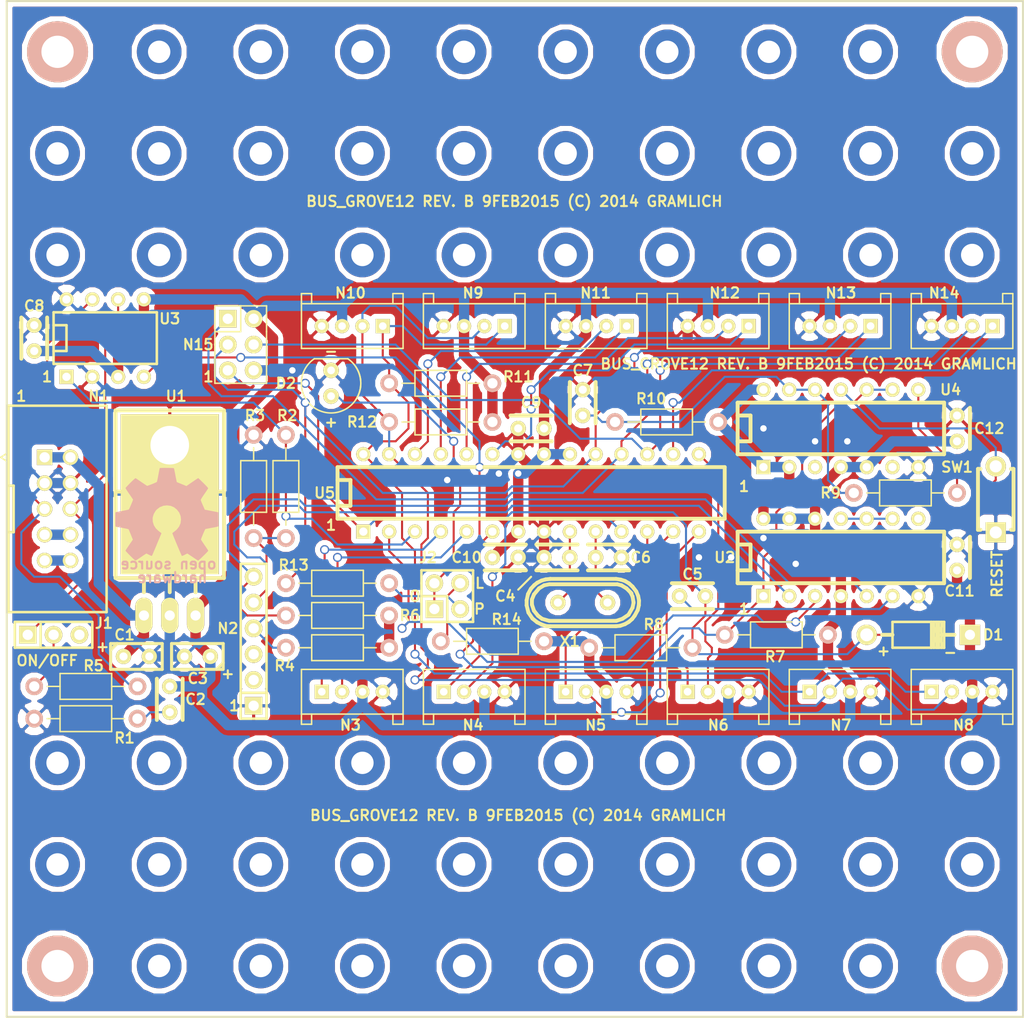
<source format=kicad_pcb>
(kicad_pcb (version 4) (host pcbnew "(2014-jul-16 BZR unknown)-product")
  (title_block (date "Fri 03 Oct 2014") (rev B))
  (layers (0 F.Cu signal) (31 B.Cu signal) (34 B.Paste user) (35 F.Paste user) (36 B.SilkS user) (37 F.SilkS user) (38 B.Mask user) (39 F.Mask user) (44 Edge.Cuts user))
  (net 0 "")
  (net 1 GND)
  (net 2 /LPWR)
  (net 3 "Net-(C2-Pad2)")
  (net 4 /XTAL1)
  (net 5 "Net-(C5-Pad1)")
  (net 6 /~RESET)
  (net 7 /XTAL2)
  (net 8 "Net-(C7-Pad1)")
  (net 9 "Net-(J1-Pad1)")
  (net 10 "Net-(J1-Pad2)")
  (net 11 "Net-(N1-Pad5)")
  (net 12 "Net-(N1-Pad7)")
  (net 13 "Net-(N1-Pad10)")
  (net 14 "Net-(N2-Pad4)")
  (net 15 "Net-(N2-Pad5)")
  (net 16 "Net-(N2-Pad6)")
  (net 17 /D2)
  (net 18 /D3)
  (net 19 /D4)
  (net 20 /D5)
  (net 21 /D6)
  (net 22 /D7)
  (net 23 /D8)
  (net 24 /D9)
  (net 25 /A5)
  (net 26 /A4)
  (net 27 /A2)
  (net 28 /A3)
  (net 29 /A0)
  (net 30 /A1)
  (net 31 /D12)
  (net 32 /D13)
  (net 33 /D10)
  (net 34 /D11)
  (net 35 /TXD)
  (net 36 /CAN_RXD)
  (net 37 "Net-(R9-Pad1)")
  (net 38 /RXD)
  (net 39 "Net-(U2-Pad10)")
  (net 40 "Net-(D2-Pad+)")
  (net 41 "Net-(J2-Pad3)")
  (net 42 "Net-(J2-Pad4)")
  (net 43 +5V)
  (module bus_grove12:Capacitor3MMDiscRM2.5 (layer F.Cu) (at 62.76 114.525)
    (fp_text reference C1 (at -1.165 -2.13) (layer F.SilkS) (effects (font (size 1.016 1.016) (thickness 0.2032))))
    (fp_text value 22uF hide)
    (pad 1 thru_hole circle (at -1.27 0) (size 1.50114 1.50114) (drill 0.8001) (layers *.Cu *.Mask F.SilkS) (net 2 /LPWR))
    (pad 2 thru_hole circle (at 1.27 0) (size 1.50114 1.50114) (drill 0.8001) (layers *.Cu *.Mask F.SilkS) (net 1 GND))
  )
  (module bus_grove12:Capacitor4x3RM2-5_RevB (layer F.Cu) (at 66.04 118.745 270)
    (fp_text reference C2 (at 0 -2.54 540) (layer F.SilkS) (effects (font (size 1.016 1.016) (thickness 0.2032))))
    (fp_text value .1uF hide)
    (pad 1 thru_hole circle (at -1.27 0 270) (size 1.50114 1.50114) (drill 0.8001) (layers *.Cu *.Mask F.SilkS) (net 43 +5V))
    (pad 2 thru_hole circle (at 1.27 0 270) (size 1.50114 1.50114) (drill 0.8001) (layers *.Cu *.Mask F.SilkS) (net 3 "Net-(C2-Pad2)"))
  )
  (module bus_grove12:Capacitor3MMDiscRM2.5 (layer F.Cu) (at 68.76 114.525 180)
    (fp_text reference C3 (at -0.04 -2.17 180) (layer F.SilkS) (effects (font (size 1.016 1.016) (thickness 0.2032))))
    (fp_text value 22uF hide)
    (pad 1 thru_hole circle (at -1.27 0 180) (size 1.50114 1.50114) (drill 0.8001) (layers *.Cu *.Mask F.SilkS) (net 43 +5V))
    (pad 2 thru_hole circle (at 1.27 0 180) (size 1.50114 1.50114) (drill 0.8001) (layers *.Cu *.Mask F.SilkS) (net 1 GND))
  )
  (module bus_grove12:Capacitor4x3RM2-5_RevB (layer F.Cu) (at 104.14 104.775 180)
    (fp_text reference C4 (at 5.08 -3.81 360) (layer F.SilkS) (effects (font (size 1.016 1.016) (thickness 0.2032))))
    (fp_text value 18pF hide)
    (pad 1 thru_hole circle (at -1.27 0 180) (size 1.50114 1.50114) (drill 0.8001) (layers *.Cu *.Mask F.SilkS) (net 4 /XTAL1))
    (pad 2 thru_hole circle (at 1.27 0 180) (size 1.50114 1.50114) (drill 0.8001) (layers *.Cu *.Mask F.SilkS) (net 1 GND))
  )
  (module bus_grove12:Capacitor4x3RM2-5_RevB (layer F.Cu) (at 117.475 108.585)
    (fp_text reference C5 (at 0.01 -2.16 180) (layer F.SilkS) (effects (font (size 1.016 1.016) (thickness 0.2032))))
    (fp_text value 1uF hide)
    (pad 1 thru_hole circle (at -1.27 0) (size 1.50114 1.50114) (drill 0.8001) (layers *.Cu *.Mask F.SilkS) (net 5 "Net-(C5-Pad1)"))
    (pad 2 thru_hole circle (at 1.27 0) (size 1.50114 1.50114) (drill 0.8001) (layers *.Cu *.Mask F.SilkS) (net 6 /~RESET))
  )
  (module bus_grove12:Capacitor4x3RM2-5_RevB (layer F.Cu) (at 109.22 104.775)
    (fp_text reference C6 (at 3.175 0 180) (layer F.SilkS) (effects (font (size 1.016 1.016) (thickness 0.2032))))
    (fp_text value 18pF hide)
    (pad 1 thru_hole circle (at -1.27 0) (size 1.50114 1.50114) (drill 0.8001) (layers *.Cu *.Mask F.SilkS) (net 7 /XTAL2))
    (pad 2 thru_hole circle (at 1.27 0) (size 1.50114 1.50114) (drill 0.8001) (layers *.Cu *.Mask F.SilkS) (net 1 GND))
  )
  (module bus_grove12:Capacitor4x3RM2-5_RevB (layer F.Cu) (at 106.68 89.535 90)
    (fp_text reference C7 (at 3.175 0 360) (layer F.SilkS) (effects (font (size 1.016 1.016) (thickness 0.2032))))
    (fp_text value .1uF hide)
    (pad 1 thru_hole circle (at -1.27 0 90) (size 1.50114 1.50114) (drill 0.8001) (layers *.Cu *.Mask F.SilkS) (net 8 "Net-(C7-Pad1)"))
    (pad 2 thru_hole circle (at 1.27 0 90) (size 1.50114 1.50114) (drill 0.8001) (layers *.Cu *.Mask F.SilkS) (net 1 GND))
  )
  (module bus_grove12:Capacitor4x3RM2-5_RevB (layer F.Cu) (at 52.705 83.185 90)
    (fp_text reference C8 (at 3.175 0 360) (layer F.SilkS) (effects (font (size 1.016 1.016) (thickness 0.2032))))
    (fp_text value .1uF hide)
    (pad 1 thru_hole circle (at -1.27 0 90) (size 1.50114 1.50114) (drill 0.8001) (layers *.Cu *.Mask F.SilkS) (net 43 +5V))
    (pad 2 thru_hole circle (at 1.27 0 90) (size 1.50114 1.50114) (drill 0.8001) (layers *.Cu *.Mask F.SilkS) (net 1 GND))
  )
  (module bus_grove12:Capacitor4x3RM2-5_RevB (layer F.Cu) (at 101.6 92.075 180)
    (fp_text reference C9 (at 0 2.54 360) (layer F.SilkS) (effects (font (size 1.016 1.016) (thickness 0.2032))))
    (fp_text value .1uF hide)
    (pad 1 thru_hole circle (at -1.27 0 180) (size 1.50114 1.50114) (drill 0.8001) (layers *.Cu *.Mask F.SilkS) (net 43 +5V))
    (pad 2 thru_hole circle (at 1.27 0 180) (size 1.50114 1.50114) (drill 0.8001) (layers *.Cu *.Mask F.SilkS) (net 1 GND))
  )
  (module bus_grove12:Capacitor4x3RM2-5_RevB (layer F.Cu) (at 99.06 104.775)
    (fp_text reference C10 (at -3.81 0 180) (layer F.SilkS) (effects (font (size 1.016 1.016) (thickness 0.2032))))
    (fp_text value .1uF hide)
    (pad 1 thru_hole circle (at -1.27 0) (size 1.50114 1.50114) (drill 0.8001) (layers *.Cu *.Mask F.SilkS) (net 43 +5V))
    (pad 2 thru_hole circle (at 1.27 0) (size 1.50114 1.50114) (drill 0.8001) (layers *.Cu *.Mask F.SilkS) (net 1 GND))
  )
  (module bus_grove12:Capacitor4x3RM2-5_RevB (layer F.Cu) (at 143.51 104.775 90)
    (fp_text reference C11 (at -3.302 0.254 360) (layer F.SilkS) (effects (font (size 1.016 1.016) (thickness 0.2032))))
    (fp_text value .1uF hide)
    (pad 1 thru_hole circle (at -1.27 0 90) (size 1.50114 1.50114) (drill 0.8001) (layers *.Cu *.Mask F.SilkS) (net 43 +5V))
    (pad 2 thru_hole circle (at 1.27 0 90) (size 1.50114 1.50114) (drill 0.8001) (layers *.Cu *.Mask F.SilkS) (net 1 GND))
  )
  (module bus_grove12:Capacitor4x3RM2-5_RevB (layer F.Cu) (at 143.51 92.075 90)
    (fp_text reference C12 (at 0 3.175 360) (layer F.SilkS) (effects (font (size 1.016 1.016) (thickness 0.2032))))
    (fp_text value .1uF hide)
    (pad 1 thru_hole circle (at -1.27 0 90) (size 1.50114 1.50114) (drill 0.8001) (layers *.Cu *.Mask F.SilkS) (net 43 +5V))
    (pad 2 thru_hole circle (at 1.27 0 90) (size 1.50114 1.50114) (drill 0.8001) (layers *.Cu *.Mask F.SilkS) (net 1 GND))
  )
  (module bus_grove12:Diode_DO-41_SOD81_Horizontal_RM10 (layer F.Cu) (at 139.7 112.395)
    (fp_text reference D1 (at 7.366 0) (layer F.SilkS) (effects (font (size 1.016 1.016) (thickness 0.2032))))
    (fp_text value SD101C-TR hide)
    (fp_text user - (at 3.14 1.71) (layer F.SilkS) (effects (font (size 1.016 1.016) (thickness 0.2032))))
    (fp_text user + (at -3.42 1.56) (layer F.SilkS) (effects (font (size 1.016 1.016) (thickness 0.2032))))
    (pad + thru_hole circle (at -5.08 0) (size 1.99898 1.99898) (drill 1.27) (layers *.Cu *.Mask F.SilkS) (net 6 /~RESET))
    (pad - thru_hole rect (at 5.08 0) (size 1.99898 1.99898) (drill 1.00076) (layers *.Cu *.Mask F.SilkS) (net 43 +5V))
  )
  (module bus_grove12:OSHW_LOGO_400mil (layer B.Cu) (at 65.76 100.525 180)
    (fp_text reference G1 hide)
    (fp_text value OSHW_LOGO hide)
  )
  (module bus_grove12:MountingHole_3mm (layer F.Cu) (at 55 55)
    (fp_text reference H1 (at 0 0) (layer F.SilkS) (effects (font (size 1.016 1.016) (thickness 0.2032))))
    (fp_text value 3MM_HOLE hide)
    (pad 1 thru_hole circle (at 0 0) (size 6 6) (drill 3.175) (layers *.Cu *.SilkS *.Mask))
  )
  (module bus_grove12:MountingHole_3mm (layer F.Cu) (at 145 55)
    (fp_text reference H2 (at 0 0) (layer F.SilkS) (effects (font (size 1.016 1.016) (thickness 0.2032))))
    (fp_text value 3MM_HOLE hide)
    (pad 1 thru_hole circle (at 0 0) (size 6 6) (drill 3.175) (layers *.Cu *.SilkS *.Mask))
  )
  (module bus_grove12:MountingHole_3mm (layer F.Cu) (at 55 145)
    (fp_text reference H3 (at 0 0) (layer F.SilkS) (effects (font (size 1.016 1.016) (thickness 0.2032))))
    (fp_text value 3MM_HOLE hide)
    (pad 1 thru_hole circle (at 0 0) (size 6 6) (drill 3.175) (layers *.Cu *.SilkS *.Mask))
  )
  (module bus_grove12:MountingHole_3mm (layer F.Cu) (at 145 145)
    (fp_text reference H4 (at 0 0) (layer F.SilkS) (effects (font (size 1.016 1.016) (thickness 0.2032))))
    (fp_text value 3MM_HOLE hide)
    (pad 1 thru_hole circle (at 0 0) (size 6 6) (drill 3.175) (layers *.Cu *.SilkS *.Mask))
  )
  (module bus_grove12:Pin_Header_Straight_1x03 (layer F.Cu) (at 54.61 112.395)
    (fp_text reference J1 (at 4.953 -1.143) (layer F.SilkS) (effects (font (size 1.016 1.016) (thickness 0.2032))))
    (fp_text value TERMINATE_JUMPER hide)
    (pad 1 thru_hole rect (at -2.54 0) (size 1.7272 1.7272) (drill 1.016) (layers *.Cu *.Mask F.SilkS) (net 9 "Net-(J1-Pad1)"))
    (pad 2 thru_hole circle (at 0 0) (size 1.7272 1.7272) (drill 1.016) (layers *.Cu *.Mask F.SilkS) (net 10 "Net-(J1-Pad2)"))
    (pad 3 thru_hole circle (at 2.54 0) (size 1.7272 1.7272) (drill 1.016) (layers *.Cu *.Mask F.SilkS))
  )
  (module bus_grove12:Pin_Header_Straight_2x05_Shrouded (layer F.Cu) (at 55 100 270)
    (fp_text reference N1 (at -11.1 -4.055 540) (layer F.SilkS) (effects (font (size 1.016 1.016) (thickness 0.2032))))
    (fp_text value BUS_SLAVE_HEADER hide)
    (pad 1 thru_hole rect (at -5.08 1.27 270) (size 1.524 1.524) (drill 1.016) (layers *.Cu *.Mask F.SilkS) (net 2 /LPWR))
    (pad 2 thru_hole circle (at -5.08 -1.27 270) (size 1.524 1.524) (drill 1.016) (layers *.Cu *.Mask F.SilkS) (net 2 /LPWR))
    (pad 3 thru_hole circle (at -2.54 1.27 270) (size 1.524 1.524) (drill 1.016) (layers *.Cu *.Mask F.SilkS) (net 1 GND))
    (pad 4 thru_hole circle (at -2.54 -1.27 270) (size 1.524 1.524) (drill 1.016) (layers *.Cu *.Mask F.SilkS) (net 1 GND))
    (pad 5 thru_hole circle (at 0 1.27 270) (size 1.524 1.524) (drill 1.016) (layers *.Cu *.Mask F.SilkS) (net 11 "Net-(N1-Pad5)"))
    (pad 6 thru_hole circle (at 0 -1.27 270) (size 1.524 1.524) (drill 1.016) (layers *.Cu *.Mask F.SilkS) (net 9 "Net-(J1-Pad1)"))
    (pad 7 thru_hole circle (at 2.54 1.27 270) (size 1.524 1.524) (drill 1.016) (layers *.Cu *.Mask F.SilkS) (net 12 "Net-(N1-Pad7)"))
    (pad 8 thru_hole circle (at 2.54 -1.27 270) (size 1.524 1.524) (drill 1.016) (layers *.Cu *.Mask F.SilkS) (net 12 "Net-(N1-Pad7)"))
    (pad 9 thru_hole circle (at 5.08 1.27 270) (size 1.524 1.524) (drill 1.016) (layers *.Cu *.Mask F.SilkS) (net 13 "Net-(N1-Pad10)"))
    (pad 10 thru_hole circle (at 5.08 -1.27 270) (size 1.524 1.524) (drill 1.016) (layers *.Cu *.Mask F.SilkS) (net 13 "Net-(N1-Pad10)"))
  )
  (module bus_grove12:Pin_Header_Straight_1x06 (layer F.Cu) (at 74.295 113.03 90)
    (fp_text reference N2 (at 1.27 -2.54 180) (layer F.SilkS) (effects (font (size 1.016 1.016) (thickness 0.2032))))
    (fp_text value FTDI_HEADER hide)
    (pad 1 thru_hole rect (at -6.35 0 90) (size 1.7272 1.7272) (drill 1.016) (layers *.Cu *.Mask F.SilkS) (net 1 GND))
    (pad 2 thru_hole circle (at -3.81 0 90) (size 1.7272 1.7272) (drill 1.016) (layers *.Cu *.Mask F.SilkS))
    (pad 3 thru_hole circle (at -1.27 0 90) (size 1.7272 1.7272) (drill 1.016) (layers *.Cu *.Mask F.SilkS))
    (pad 4 thru_hole circle (at 1.27 0 90) (size 1.7272 1.7272) (drill 1.016) (layers *.Cu *.Mask F.SilkS) (net 14 "Net-(N2-Pad4)"))
    (pad 5 thru_hole circle (at 3.81 0 90) (size 1.7272 1.7272) (drill 1.016) (layers *.Cu *.Mask F.SilkS) (net 15 "Net-(N2-Pad5)"))
    (pad 6 thru_hole circle (at 6.35 0 90) (size 1.7272 1.7272) (drill 1.016) (layers *.Cu *.Mask F.SilkS) (net 16 "Net-(N2-Pad6)"))
  )
  (module bus_grove12:Pin_Header_Straight_2x03 (layer F.Cu) (at 73.025 83.82 270)
    (fp_text reference N15 (at 0 4.191 360) (layer F.SilkS) (effects (font (size 1.016 1.016) (thickness 0.2032))))
    (fp_text value AVR_ISP_2X3 hide)
    (pad 1 thru_hole rect (at -2.54 1.27 270) (size 1.7272 1.7272) (drill 1.016) (layers *.Cu *.Mask F.SilkS) (net 31 /D12))
    (pad 2 thru_hole oval (at -2.54 -1.27 270) (size 1.7272 1.7272) (drill 1.016) (layers *.Cu *.Mask F.SilkS) (net 43 +5V))
    (pad 3 thru_hole oval (at 0 1.27 270) (size 1.7272 1.7272) (drill 1.016) (layers *.Cu *.Mask F.SilkS) (net 32 /D13))
    (pad 4 thru_hole oval (at 0 -1.27 270) (size 1.7272 1.7272) (drill 1.016) (layers *.Cu *.Mask F.SilkS) (net 34 /D11))
    (pad 5 thru_hole oval (at 2.54 1.27 270) (size 1.7272 1.7272) (drill 1.016) (layers *.Cu *.Mask F.SilkS) (net 6 /~RESET))
    (pad 6 thru_hole oval (at 2.54 -1.27 270) (size 1.7272 1.7272) (drill 1.016) (layers *.Cu *.Mask F.SilkS) (net 1 GND))
  )
  (module bus_grove12:Button_6.5MM (layer F.Cu) (at 147.32 99.06 90)
    (fp_text reference SW1 (at 3.175 -3.81 360) (layer F.SilkS) (effects (font (size 1.016 1.016) (thickness 0.2032))))
    (fp_text value MJTP1243 hide)
    (pad 1 thru_hole rect (at -3.2512 0 90) (size 1.99898 1.99898) (drill 1.19888) (layers *.Cu *.Mask F.SilkS) (net 1 GND))
    (pad 2 thru_hole circle (at 3.2512 0 90) (size 1.99898 1.99898) (drill 1.19888) (layers *.Cu *.Mask F.SilkS) (net 6 /~RESET))
  )
  (module bus_grove12:TO-220_Neutral123_Horizontal_LargePads (layer F.Cu) (at 66.04 110.49)
    (fp_text reference U1 (at 0.635 -21.59 180) (layer F.SilkS) (effects (font (size 1.016 1.016) (thickness 0.2032))))
    (fp_text value LM2940 hide)
    (pad 2 thru_hole oval (at 0 0 90) (size 3.50012 1.69926) (drill 1.00076) (layers *.Cu *.Mask F.SilkS) (net 1 GND))
    (pad 1 thru_hole oval (at -2.54 0 90) (size 3.50012 1.69926) (drill 1.00076) (layers *.Cu *.Mask F.SilkS) (net 2 /LPWR))
    (pad 3 thru_hole oval (at 2.54 0 90) (size 3.50012 1.69926) (drill 1.00076) (layers *.Cu *.Mask F.SilkS) (net 43 +5V))
    (pad 2 thru_hole rect (at 0 -16.764 90) (size 15.748 9.652) (drill 3.79984 (offset -4.826 0)) (layers *.Cu F.SilkS F.Mask) (net 1 GND))
  )
  (module bus_grove12:DIP-14__300 (layer F.Cu) (at 132.08 104.775)
    (fp_text reference U2 (at -11.43 0) (layer F.SilkS) (effects (font (size 1.016 1.016) (thickness 0.2032))))
    (fp_text value 74HCT08 hide)
    (pad 1 thru_hole rect (at -7.62 3.81) (size 1.397 1.397) (drill 0.8128) (layers *.Cu *.Mask F.SilkS) (net 36 /CAN_RXD))
    (pad 2 thru_hole circle (at -5.08 3.81) (size 1.397 1.397) (drill 0.8128) (layers *.Cu *.Mask F.SilkS) (net 14 "Net-(N2-Pad4)"))
    (pad 3 thru_hole circle (at -2.54 3.81) (size 1.397 1.397) (drill 0.8128) (layers *.Cu *.Mask F.SilkS) (net 38 /RXD))
    (pad 4 thru_hole circle (at 0 3.81) (size 1.397 1.397) (drill 0.8128) (layers *.Cu *.Mask F.SilkS) (net 43 +5V))
    (pad 5 thru_hole circle (at 2.54 3.81) (size 1.397 1.397) (drill 0.8128) (layers *.Cu *.Mask F.SilkS) (net 16 "Net-(N2-Pad6)"))
    (pad 6 thru_hole circle (at 5.08 3.81) (size 1.397 1.397) (drill 0.8128) (layers *.Cu *.Mask F.SilkS) (net 5 "Net-(C5-Pad1)"))
    (pad 7 thru_hole circle (at 7.62 3.81) (size 1.397 1.397) (drill 0.8128) (layers *.Cu *.Mask F.SilkS) (net 1 GND))
    (pad 8 thru_hole circle (at 7.62 -3.81) (size 1.397 1.397) (drill 0.8128) (layers *.Cu *.Mask F.SilkS))
    (pad 9 thru_hole circle (at 5.08 -3.81) (size 1.397 1.397) (drill 0.8128) (layers *.Cu *.Mask F.SilkS) (net 39 "Net-(U2-Pad10)"))
    (pad 10 thru_hole circle (at 2.54 -3.81) (size 1.397 1.397) (drill 0.8128) (layers *.Cu *.Mask F.SilkS) (net 39 "Net-(U2-Pad10)"))
    (pad 11 thru_hole circle (at 0 -3.81) (size 1.397 1.397) (drill 0.8128) (layers *.Cu *.Mask F.SilkS) (net 39 "Net-(U2-Pad10)"))
    (pad 12 thru_hole circle (at -2.54 -3.81) (size 1.397 1.397) (drill 0.8128) (layers *.Cu *.Mask F.SilkS) (net 43 +5V))
    (pad 13 thru_hole circle (at -5.08 -3.81) (size 1.397 1.397) (drill 0.8128) (layers *.Cu *.Mask F.SilkS) (net 43 +5V))
    (pad 14 thru_hole circle (at -7.62 -3.81) (size 1.397 1.397) (drill 0.8128) (layers *.Cu *.Mask F.SilkS) (net 43 +5V))
  )
  (module bus_grove12:DIP-8__300 (layer F.Cu) (at 59.69 83.185)
    (fp_text reference U3 (at 6.35 -1.905) (layer F.SilkS) (effects (font (size 1.016 1.016) (thickness 0.2032))))
    (fp_text value MCP2562 hide)
    (pad 1 thru_hole rect (at -3.81 3.81) (size 1.397 1.397) (drill 0.8128) (layers *.Cu *.Mask F.SilkS) (net 35 /TXD))
    (pad 2 thru_hole circle (at -1.27 3.81) (size 1.397 1.397) (drill 0.8128) (layers *.Cu *.Mask F.SilkS) (net 1 GND))
    (pad 3 thru_hole circle (at 1.27 3.81) (size 1.397 1.397) (drill 0.8128) (layers *.Cu *.Mask F.SilkS) (net 43 +5V))
    (pad 4 thru_hole circle (at 3.81 3.81) (size 1.397 1.397) (drill 0.8128) (layers *.Cu *.Mask F.SilkS) (net 36 /CAN_RXD))
    (pad 5 thru_hole circle (at 3.81 -3.81) (size 1.397 1.397) (drill 0.8128) (layers *.Cu *.Mask F.SilkS) (net 43 +5V))
    (pad 6 thru_hole circle (at 1.27 -3.81) (size 1.397 1.397) (drill 0.8128) (layers *.Cu *.Mask F.SilkS) (net 9 "Net-(J1-Pad1)"))
    (pad 7 thru_hole circle (at -1.27 -3.81) (size 1.397 1.397) (drill 0.8128) (layers *.Cu *.Mask F.SilkS) (net 11 "Net-(N1-Pad5)"))
    (pad 8 thru_hole circle (at -3.81 -3.81) (size 1.397 1.397) (drill 0.8128) (layers *.Cu *.Mask F.SilkS) (net 1 GND))
  )
  (module bus_grove12:DIP-14__300 (layer F.Cu) (at 132.08 92.075)
    (fp_text reference U4 (at 10.795 -3.81) (layer F.SilkS) (effects (font (size 1.016 1.016) (thickness 0.2032))))
    (fp_text value 74HCT03 hide)
    (pad 1 thru_hole rect (at -7.62 3.81) (size 1.397 1.397) (drill 0.8128) (layers *.Cu *.Mask F.SilkS) (net 43 +5V))
    (pad 2 thru_hole circle (at -5.08 3.81) (size 1.397 1.397) (drill 0.8128) (layers *.Cu *.Mask F.SilkS) (net 43 +5V))
    (pad 3 thru_hole circle (at -2.54 3.81) (size 1.397 1.397) (drill 0.8128) (layers *.Cu *.Mask F.SilkS))
    (pad 4 thru_hole circle (at 0 3.81) (size 1.397 1.397) (drill 0.8128) (layers *.Cu *.Mask F.SilkS) (net 43 +5V))
    (pad 5 thru_hole circle (at 2.54 3.81) (size 1.397 1.397) (drill 0.8128) (layers *.Cu *.Mask F.SilkS) (net 43 +5V))
    (pad 6 thru_hole circle (at 5.08 3.81) (size 1.397 1.397) (drill 0.8128) (layers *.Cu *.Mask F.SilkS))
    (pad 7 thru_hole circle (at 7.62 3.81) (size 1.397 1.397) (drill 0.8128) (layers *.Cu *.Mask F.SilkS) (net 1 GND))
    (pad 8 thru_hole circle (at 7.62 -3.81) (size 1.397 1.397) (drill 0.8128) (layers *.Cu *.Mask F.SilkS) (net 37 "Net-(R9-Pad1)"))
    (pad 9 thru_hole circle (at 5.08 -3.81) (size 1.397 1.397) (drill 0.8128) (layers *.Cu *.Mask F.SilkS) (net 36 /CAN_RXD))
    (pad 10 thru_hole circle (at 2.54 -3.81) (size 1.397 1.397) (drill 0.8128) (layers *.Cu *.Mask F.SilkS) (net 36 /CAN_RXD))
    (pad 11 thru_hole circle (at 0 -3.81) (size 1.397 1.397) (drill 0.8128) (layers *.Cu *.Mask F.SilkS) (net 6 /~RESET))
    (pad 12 thru_hole circle (at -2.54 -3.81) (size 1.397 1.397) (drill 0.8128) (layers *.Cu *.Mask F.SilkS) (net 8 "Net-(C7-Pad1)"))
    (pad 13 thru_hole circle (at -5.08 -3.81) (size 1.397 1.397) (drill 0.8128) (layers *.Cu *.Mask F.SilkS) (net 8 "Net-(C7-Pad1)"))
    (pad 14 thru_hole circle (at -7.62 -3.81) (size 1.397 1.397) (drill 0.8128) (layers *.Cu *.Mask F.SilkS) (net 43 +5V))
  )
  (module bus_grove12:DIP-28__300 (layer F.Cu) (at 101.6 98.425)
    (fp_text reference U5 (at -20.32 0 180) (layer F.SilkS) (effects (font (size 1.016 1.016) (thickness 0.2032))))
    (fp_text value ATMEGA328_DIP28 hide)
    (pad 2 thru_hole circle (at -13.97 3.81) (size 1.397 1.397) (drill 0.8128) (layers *.Cu *.Mask F.SilkS) (net 38 /RXD))
    (pad 3 thru_hole circle (at -11.43 3.81) (size 1.397 1.397) (drill 0.8128) (layers *.Cu *.Mask F.SilkS) (net 35 /TXD))
    (pad 4 thru_hole circle (at -8.89 3.81) (size 1.397 1.397) (drill 0.8128) (layers *.Cu *.Mask F.SilkS) (net 17 /D2))
    (pad 5 thru_hole circle (at -6.35 3.81) (size 1.397 1.397) (drill 0.8128) (layers *.Cu *.Mask F.SilkS) (net 18 /D3))
    (pad 6 thru_hole circle (at -3.81 3.81) (size 1.397 1.397) (drill 0.8128) (layers *.Cu *.Mask F.SilkS) (net 19 /D4))
    (pad 7 thru_hole circle (at -1.27 3.81) (size 1.397 1.397) (drill 0.8128) (layers *.Cu *.Mask F.SilkS) (net 43 +5V))
    (pad 8 thru_hole circle (at 1.27 3.81) (size 1.397 1.397) (drill 0.8128) (layers *.Cu *.Mask F.SilkS) (net 1 GND))
    (pad 9 thru_hole circle (at 3.81 3.81) (size 1.397 1.397) (drill 0.8128) (layers *.Cu *.Mask F.SilkS) (net 4 /XTAL1))
    (pad 10 thru_hole circle (at 6.35 3.81) (size 1.397 1.397) (drill 0.8128) (layers *.Cu *.Mask F.SilkS) (net 7 /XTAL2))
    (pad 11 thru_hole circle (at 8.89 3.81) (size 1.397 1.397) (drill 0.8128) (layers *.Cu *.Mask F.SilkS) (net 20 /D5))
    (pad 12 thru_hole circle (at 11.43 3.81) (size 1.397 1.397) (drill 0.8128) (layers *.Cu *.Mask F.SilkS) (net 21 /D6))
    (pad 13 thru_hole circle (at 13.97 3.81) (size 1.397 1.397) (drill 0.8128) (layers *.Cu *.Mask F.SilkS) (net 22 /D7))
    (pad 14 thru_hole circle (at 16.51 3.81) (size 1.397 1.397) (drill 0.8128) (layers *.Cu *.Mask F.SilkS) (net 23 /D8))
    (pad 1 thru_hole rect (at -16.51 3.81) (size 1.397 1.397) (drill 0.8128) (layers *.Cu *.Mask F.SilkS) (net 6 /~RESET))
    (pad 15 thru_hole circle (at 16.51 -3.81) (size 1.397 1.397) (drill 0.8128) (layers *.Cu *.Mask F.SilkS) (net 24 /D9))
    (pad 16 thru_hole circle (at 13.97 -3.81) (size 1.397 1.397) (drill 0.8128) (layers *.Cu *.Mask F.SilkS) (net 33 /D10))
    (pad 17 thru_hole circle (at 11.43 -3.81) (size 1.397 1.397) (drill 0.8128) (layers *.Cu *.Mask F.SilkS) (net 34 /D11))
    (pad 18 thru_hole circle (at 8.89 -3.81) (size 1.397 1.397) (drill 0.8128) (layers *.Cu *.Mask F.SilkS) (net 31 /D12))
    (pad 19 thru_hole circle (at 6.35 -3.81) (size 1.397 1.397) (drill 0.8128) (layers *.Cu *.Mask F.SilkS) (net 32 /D13))
    (pad 20 thru_hole circle (at 3.81 -3.81) (size 1.397 1.397) (drill 0.8128) (layers *.Cu *.Mask F.SilkS) (net 43 +5V))
    (pad 21 thru_hole circle (at 1.27 -3.81) (size 1.397 1.397) (drill 0.8128) (layers *.Cu *.Mask F.SilkS) (net 43 +5V))
    (pad 22 thru_hole circle (at -1.27 -3.81) (size 1.397 1.397) (drill 0.8128) (layers *.Cu *.Mask F.SilkS) (net 1 GND))
    (pad 23 thru_hole circle (at -3.81 -3.81) (size 1.397 1.397) (drill 0.8128) (layers *.Cu *.Mask F.SilkS) (net 29 /A0))
    (pad 24 thru_hole circle (at -6.35 -3.81) (size 1.397 1.397) (drill 0.8128) (layers *.Cu *.Mask F.SilkS) (net 30 /A1))
    (pad 25 thru_hole circle (at -8.89 -3.81) (size 1.397 1.397) (drill 0.8128) (layers *.Cu *.Mask F.SilkS) (net 27 /A2))
    (pad 26 thru_hole circle (at -11.43 -3.81) (size 1.397 1.397) (drill 0.8128) (layers *.Cu *.Mask F.SilkS) (net 28 /A3))
    (pad 27 thru_hole circle (at -13.97 -3.81) (size 1.397 1.397) (drill 0.8128) (layers *.Cu *.Mask F.SilkS) (net 26 /A4))
    (pad 28 thru_hole circle (at -16.51 -3.81) (size 1.397 1.397) (drill 0.8128) (layers *.Cu *.Mask F.SilkS) (net 25 /A5))
  )
  (module bus_grove12:Crystal_HC49-U_Vertical (layer F.Cu) (at 106.68 109.22)
    (fp_text reference X1 (at -1.27 3.81) (layer F.SilkS) (effects (font (size 1.016 1.016) (thickness 0.2032))))
    (fp_text value 16MHz hide)
    (pad 1 thru_hole circle (at -2.44094 0) (size 1.50114 1.50114) (drill 0.8001) (layers *.Cu *.Mask F.SilkS) (net 4 /XTAL1))
    (pad 2 thru_hole circle (at 2.44094 0) (size 1.50114 1.50114) (drill 0.8001) (layers *.Cu *.Mask F.SilkS) (net 7 /XTAL2))
  )
  (module bus_grove12:Grove_Connector (layer F.Cu) (at 84 118)
    (fp_text reference N3 (at -0.18 3.285) (layer F.SilkS) (effects (font (size 1.016 1.016) (thickness 0.2032))))
    (fp_text value D2/D3 hide)
    (pad 1 thru_hole rect (at -3 0) (size 1.4 1.4) (drill 0.75) (layers *.Cu *.Mask F.SilkS) (net 17 /D2))
    (pad 2 thru_hole circle (at -1 0) (size 1.4 1.4) (drill 0.75) (layers *.Cu *.Mask F.SilkS) (net 18 /D3))
    (pad 3 thru_hole circle (at 1 0) (size 1.4 1.4) (drill 0.75) (layers *.Cu *.Mask F.SilkS) (net 43 +5V))
    (pad 4 thru_hole circle (at 3 0) (size 1.4 1.4) (drill 0.75) (layers *.Cu *.Mask F.SilkS) (net 1 GND))
  )
  (module bus_grove12:Grove_Connector (layer F.Cu) (at 96 118)
    (fp_text reference N4 (at -0.115 3.285) (layer F.SilkS) (effects (font (size 1.016 1.016) (thickness 0.2032))))
    (fp_text value D4/D5 hide)
    (pad 1 thru_hole rect (at -3 0) (size 1.4 1.4) (drill 0.75) (layers *.Cu *.Mask F.SilkS) (net 19 /D4))
    (pad 2 thru_hole circle (at -1 0) (size 1.4 1.4) (drill 0.75) (layers *.Cu *.Mask F.SilkS) (net 20 /D5))
    (pad 3 thru_hole circle (at 1 0) (size 1.4 1.4) (drill 0.75) (layers *.Cu *.Mask F.SilkS) (net 43 +5V))
    (pad 4 thru_hole circle (at 3 0) (size 1.4 1.4) (drill 0.75) (layers *.Cu *.Mask F.SilkS) (net 1 GND))
  )
  (module bus_grove12:Grove_Connector (layer F.Cu) (at 108 118)
    (fp_text reference N5 (at -0.05 3.285) (layer F.SilkS) (effects (font (size 1.016 1.016) (thickness 0.2032))))
    (fp_text value D6/D7 hide)
    (pad 1 thru_hole rect (at -3 0) (size 1.4 1.4) (drill 0.75) (layers *.Cu *.Mask F.SilkS) (net 21 /D6))
    (pad 2 thru_hole circle (at -1 0) (size 1.4 1.4) (drill 0.75) (layers *.Cu *.Mask F.SilkS) (net 22 /D7))
    (pad 3 thru_hole circle (at 1 0) (size 1.4 1.4) (drill 0.75) (layers *.Cu *.Mask F.SilkS) (net 43 +5V))
    (pad 4 thru_hole circle (at 3 0) (size 1.4 1.4) (drill 0.75) (layers *.Cu *.Mask F.SilkS) (net 1 GND))
  )
  (module bus_grove12:Grove_Connector (layer F.Cu) (at 120 118)
    (fp_text reference N6 (at 0.015 3.285) (layer F.SilkS) (effects (font (size 1.016 1.016) (thickness 0.2032))))
    (fp_text value D8/D9 hide)
    (pad 1 thru_hole rect (at -3 0) (size 1.4 1.4) (drill 0.75) (layers *.Cu *.Mask F.SilkS) (net 23 /D8))
    (pad 2 thru_hole circle (at -1 0) (size 1.4 1.4) (drill 0.75) (layers *.Cu *.Mask F.SilkS) (net 24 /D9))
    (pad 3 thru_hole circle (at 1 0) (size 1.4 1.4) (drill 0.75) (layers *.Cu *.Mask F.SilkS) (net 43 +5V))
    (pad 4 thru_hole circle (at 3 0) (size 1.4 1.4) (drill 0.75) (layers *.Cu *.Mask F.SilkS) (net 1 GND))
  )
  (module bus_grove12:Grove_Connector (layer F.Cu) (at 132 118)
    (fp_text reference N7 (at 0.08 3.285) (layer F.SilkS) (effects (font (size 1.016 1.016) (thickness 0.2032))))
    (fp_text value I2C_A hide)
    (pad 1 thru_hole rect (at -3 0) (size 1.4 1.4) (drill 0.75) (layers *.Cu *.Mask F.SilkS) (net 25 /A5))
    (pad 2 thru_hole circle (at -1 0) (size 1.4 1.4) (drill 0.75) (layers *.Cu *.Mask F.SilkS) (net 26 /A4))
    (pad 3 thru_hole circle (at 1 0) (size 1.4 1.4) (drill 0.75) (layers *.Cu *.Mask F.SilkS) (net 43 +5V))
    (pad 4 thru_hole circle (at 3 0) (size 1.4 1.4) (drill 0.75) (layers *.Cu *.Mask F.SilkS) (net 1 GND))
  )
  (module bus_grove12:Grove_Connector (layer F.Cu) (at 144 118)
    (fp_text reference N8 (at 0.145 3.285) (layer F.SilkS) (effects (font (size 1.016 1.016) (thickness 0.2032))))
    (fp_text value I2C_B hide)
    (pad 1 thru_hole rect (at -3 0) (size 1.4 1.4) (drill 0.75) (layers *.Cu *.Mask F.SilkS) (net 25 /A5))
    (pad 2 thru_hole circle (at -1 0) (size 1.4 1.4) (drill 0.75) (layers *.Cu *.Mask F.SilkS) (net 26 /A4))
    (pad 3 thru_hole circle (at 1 0) (size 1.4 1.4) (drill 0.75) (layers *.Cu *.Mask F.SilkS) (net 43 +5V))
    (pad 4 thru_hole circle (at 3 0) (size 1.4 1.4) (drill 0.75) (layers *.Cu *.Mask F.SilkS) (net 1 GND))
  )
  (module bus_grove12:Grove_Connector (layer F.Cu) (at 96 82 180)
    (fp_text reference N9 (at 0.115 3.26 180) (layer F.SilkS) (effects (font (size 1.016 1.016) (thickness 0.2032))))
    (fp_text value I2C_C hide)
    (pad 1 thru_hole rect (at -3 0 180) (size 1.4 1.4) (drill 0.75) (layers *.Cu *.Mask F.SilkS) (net 25 /A5))
    (pad 2 thru_hole circle (at -1 0 180) (size 1.4 1.4) (drill 0.75) (layers *.Cu *.Mask F.SilkS) (net 26 /A4))
    (pad 3 thru_hole circle (at 1 0 180) (size 1.4 1.4) (drill 0.75) (layers *.Cu *.Mask F.SilkS) (net 43 +5V))
    (pad 4 thru_hole circle (at 3 0 180) (size 1.4 1.4) (drill 0.75) (layers *.Cu *.Mask F.SilkS) (net 1 GND))
  )
  (module bus_grove12:Grove_Connector (layer F.Cu) (at 84 82 180)
    (fp_text reference N10 (at 0.18 3.26 180) (layer F.SilkS) (effects (font (size 1.016 1.016) (thickness 0.2032))))
    (fp_text value I2C_D hide)
    (pad 1 thru_hole rect (at -3 0 180) (size 1.4 1.4) (drill 0.75) (layers *.Cu *.Mask F.SilkS) (net 25 /A5))
    (pad 2 thru_hole circle (at -1 0 180) (size 1.4 1.4) (drill 0.75) (layers *.Cu *.Mask F.SilkS) (net 26 /A4))
    (pad 3 thru_hole circle (at 1 0 180) (size 1.4 1.4) (drill 0.75) (layers *.Cu *.Mask F.SilkS) (net 43 +5V))
    (pad 4 thru_hole circle (at 3 0 180) (size 1.4 1.4) (drill 0.75) (layers *.Cu *.Mask F.SilkS) (net 1 GND))
  )
  (module bus_grove12:Grove_Connector (layer F.Cu) (at 108 82 180)
    (fp_text reference N11 (at 0.05 3.26 180) (layer F.SilkS) (effects (font (size 1.016 1.016) (thickness 0.2032))))
    (fp_text value A2/A3 hide)
    (pad 1 thru_hole rect (at -3 0 180) (size 1.4 1.4) (drill 0.75) (layers *.Cu *.Mask F.SilkS) (net 27 /A2))
    (pad 2 thru_hole circle (at -1 0 180) (size 1.4 1.4) (drill 0.75) (layers *.Cu *.Mask F.SilkS) (net 28 /A3))
    (pad 3 thru_hole circle (at 1 0 180) (size 1.4 1.4) (drill 0.75) (layers *.Cu *.Mask F.SilkS) (net 43 +5V))
    (pad 4 thru_hole circle (at 3 0 180) (size 1.4 1.4) (drill 0.75) (layers *.Cu *.Mask F.SilkS) (net 1 GND))
  )
  (module bus_grove12:Grove_Connector (layer F.Cu) (at 120 82 180)
    (fp_text reference N12 (at -0.65 3.26 180) (layer F.SilkS) (effects (font (size 1.016 1.016) (thickness 0.2032))))
    (fp_text value A0/A1 hide)
    (pad 1 thru_hole rect (at -3 0 180) (size 1.4 1.4) (drill 0.75) (layers *.Cu *.Mask F.SilkS) (net 29 /A0))
    (pad 2 thru_hole circle (at -1 0 180) (size 1.4 1.4) (drill 0.75) (layers *.Cu *.Mask F.SilkS) (net 30 /A1))
    (pad 3 thru_hole circle (at 1 0 180) (size 1.4 1.4) (drill 0.75) (layers *.Cu *.Mask F.SilkS) (net 43 +5V))
    (pad 4 thru_hole circle (at 3 0 180) (size 1.4 1.4) (drill 0.75) (layers *.Cu *.Mask F.SilkS) (net 1 GND))
  )
  (module bus_grove12:Grove_Connector (layer F.Cu) (at 132 82 180)
    (fp_text reference N13 (at -0.08 3.26 180) (layer F.SilkS) (effects (font (size 1.016 1.016) (thickness 0.2032))))
    (fp_text value D12/D13 hide)
    (pad 1 thru_hole rect (at -3 0 180) (size 1.4 1.4) (drill 0.75) (layers *.Cu *.Mask F.SilkS) (net 31 /D12))
    (pad 2 thru_hole circle (at -1 0 180) (size 1.4 1.4) (drill 0.75) (layers *.Cu *.Mask F.SilkS) (net 32 /D13))
    (pad 3 thru_hole circle (at 1 0 180) (size 1.4 1.4) (drill 0.75) (layers *.Cu *.Mask F.SilkS) (net 43 +5V))
    (pad 4 thru_hole circle (at 3 0 180) (size 1.4 1.4) (drill 0.75) (layers *.Cu *.Mask F.SilkS) (net 1 GND))
  )
  (module bus_grove12:Grove_Connector (layer F.Cu) (at 144 82 180)
    (fp_text reference N14 (at 1.76 3.26 180) (layer F.SilkS) (effects (font (size 1.016 1.016) (thickness 0.2032))))
    (fp_text value D10/D11 hide)
    (pad 1 thru_hole rect (at -3 0 180) (size 1.4 1.4) (drill 0.75) (layers *.Cu *.Mask F.SilkS) (net 33 /D10))
    (pad 2 thru_hole circle (at -1 0 180) (size 1.4 1.4) (drill 0.75) (layers *.Cu *.Mask F.SilkS) (net 34 /D11))
    (pad 3 thru_hole circle (at 1 0 180) (size 1.4 1.4) (drill 0.75) (layers *.Cu *.Mask F.SilkS) (net 43 +5V))
    (pad 4 thru_hole circle (at 3 0 180) (size 1.4 1.4) (drill 0.75) (layers *.Cu *.Mask F.SilkS) (net 1 GND))
  )
  (module bus_grove12:T1_LED (layer F.Cu) (at 81.915 87.63 180)
    (fp_text reference D2 (at 4.445 0 180) (layer F.SilkS) (effects (font (size 1.016 1.016) (thickness 0.2032))))
    (fp_text value LED hide)
    (fp_text user - (at 0 3.175 180) (layer F.SilkS) (effects (font (size 1.016 1.016) (thickness 0.2032))))
    (fp_text user + (at 0 -3.81 180) (layer F.SilkS) (effects (font (size 1.016 1.016) (thickness 0.2032))))
    (pad + thru_hole circle (at 0 -1.27 180) (size 1.524 1.524) (drill 0.762) (layers *.Cu *.Mask F.SilkS) (net 40 "Net-(D2-Pad+)"))
    (pad - thru_hole circle (at 0 1.27 180) (size 1.524 1.524) (drill 0.762) (layers *.Cu *.Mask F.SilkS) (net 1 GND))
  )
  (module bus_grove12:Pin_Header_Straight_2x02 (layer F.Cu) (at 93.345 108.585)
    (fp_text reference J2 (at -1.905 -3.81) (layer F.SilkS) (effects (font (size 1.016 1.016) (thickness 0.2032))))
    (fp_text value LED_CONN_2X2 hide)
    (pad 1 thru_hole rect (at -1.27 1.27) (size 1.7272 1.7272) (drill 1.016) (layers *.Cu *.Mask F.SilkS) (net 40 "Net-(D2-Pad+)"))
    (pad 2 thru_hole oval (at -1.27 -1.27) (size 1.7272 1.7272) (drill 1.016) (layers *.Cu *.Mask F.SilkS) (net 40 "Net-(D2-Pad+)"))
    (pad 3 thru_hole oval (at 1.27 1.27) (size 1.7272 1.7272) (drill 1.016) (layers *.Cu *.Mask F.SilkS) (net 41 "Net-(J2-Pad3)"))
    (pad 4 thru_hole oval (at 1.27 -1.27) (size 1.7272 1.7272) (drill 1.016) (layers *.Cu *.Mask F.SilkS) (net 42 "Net-(J2-Pad4)"))
  )
  (module bus_grove12:Resistor_Horizontal_400 (layer F.Cu) (at 97.79 113.03)
    (fp_text reference R14 (at 1.397 -2.159) (layer F.SilkS) (effects (font (size 1.016 1.016) (thickness 0.2032))))
    (fp_text value 470 hide)
    (pad 1 thru_hole circle (at -5.08 0) (size 1.7272 1.7272) (drill 1.016) (layers *.Cu *.SilkS *.Mask) (net 42 "Net-(J2-Pad4)"))
    (pad 2 thru_hole circle (at 5.08 0) (size 1.7272 1.7272) (drill 1.016) (layers *.Cu *.SilkS *.Mask) (net 43 +5V))
  )
  (module bus_grove12:Resistor_Horizontal_400 (layer F.Cu) (at 82.55 107.315 180)
    (fp_text reference R13 (at 4.318 1.778 180) (layer F.SilkS) (effects (font (size 1.016 1.016) (thickness 0.2032))))
    (fp_text value 470 hide)
    (pad 1 thru_hole circle (at -5.08 0 180) (size 1.7272 1.7272) (drill 1.016) (layers *.Cu *.SilkS *.Mask) (net 41 "Net-(J2-Pad3)"))
    (pad 2 thru_hole circle (at 5.08 0 180) (size 1.7272 1.7272) (drill 1.016) (layers *.Cu *.SilkS *.Mask) (net 32 /D13))
  )
  (module bus_grove12:Resistor_Horizontal_400 (layer F.Cu) (at 57.785 117.475 180)
    (fp_text reference R5 (at -0.762 2.032 180) (layer F.SilkS) (effects (font (size 1.016 1.016) (thickness 0.2032))))
    (fp_text value 120 hide)
    (pad 1 thru_hole circle (at -5.08 0 180) (size 1.7272 1.7272) (drill 1.016) (layers *.Cu *.SilkS *.Mask) (net 11 "Net-(N1-Pad5)"))
    (pad 2 thru_hole circle (at 5.08 0 180) (size 1.7272 1.7272) (drill 1.016) (layers *.Cu *.SilkS *.Mask) (net 10 "Net-(J1-Pad2)"))
  )
  (module bus_grove12:Resistor_Horizontal_400 (layer F.Cu) (at 57.785 120.65)
    (fp_text reference R1 (at 3.81 1.905) (layer F.SilkS) (effects (font (size 1.016 1.016) (thickness 0.2032))))
    (fp_text value .47 hide)
    (pad 1 thru_hole circle (at -5.08 0) (size 1.7272 1.7272) (drill 1.016) (layers *.Cu *.SilkS *.Mask) (net 1 GND))
    (pad 2 thru_hole circle (at 5.08 0) (size 1.7272 1.7272) (drill 1.016) (layers *.Cu *.SilkS *.Mask) (net 3 "Net-(C2-Pad2)"))
  )
  (module bus_grove12:Resistor_Horizontal_400 (layer F.Cu) (at 92.71 91.44)
    (fp_text reference R12 (at -7.747 0) (layer F.SilkS) (effects (font (size 1.016 1.016) (thickness 0.2032))))
    (fp_text value 4K7 hide)
    (pad 1 thru_hole circle (at -5.08 0) (size 1.7272 1.7272) (drill 1.016) (layers *.Cu *.SilkS *.Mask) (net 26 /A4))
    (pad 2 thru_hole circle (at 5.08 0) (size 1.7272 1.7272) (drill 1.016) (layers *.Cu *.SilkS *.Mask) (net 43 +5V))
  )
  (module bus_grove12:Resistor_Horizontal_400 (layer F.Cu) (at 92.71 87.63)
    (fp_text reference R11 (at 7.62 -0.635) (layer F.SilkS) (effects (font (size 1.016 1.016) (thickness 0.2032))))
    (fp_text value 4K7 hide)
    (pad 1 thru_hole circle (at -5.08 0) (size 1.7272 1.7272) (drill 1.016) (layers *.Cu *.SilkS *.Mask) (net 25 /A5))
    (pad 2 thru_hole circle (at 5.08 0) (size 1.7272 1.7272) (drill 1.016) (layers *.Cu *.SilkS *.Mask) (net 43 +5V))
  )
  (module bus_grove12:Resistor_Horizontal_400 (layer F.Cu) (at 114.935 91.44)
    (fp_text reference R10 (at -1.524 -2.286) (layer F.SilkS) (effects (font (size 1.016 1.016) (thickness 0.2032))))
    (fp_text value 10K hide)
    (pad 1 thru_hole circle (at -5.08 0) (size 1.7272 1.7272) (drill 1.016) (layers *.Cu *.SilkS *.Mask) (net 8 "Net-(C7-Pad1)"))
    (pad 2 thru_hole circle (at 5.08 0) (size 1.7272 1.7272) (drill 1.016) (layers *.Cu *.SilkS *.Mask) (net 43 +5V))
  )
  (module bus_grove12:Resistor_Horizontal_400 (layer F.Cu) (at 138.43 98.425 180)
    (fp_text reference R9 (at 7.366 0 180) (layer F.SilkS) (effects (font (size 1.016 1.016) (thickness 0.2032))))
    (fp_text value 180 hide)
    (pad 1 thru_hole circle (at -5.08 0 180) (size 1.7272 1.7272) (drill 1.016) (layers *.Cu *.SilkS *.Mask) (net 37 "Net-(R9-Pad1)"))
    (pad 2 thru_hole circle (at 5.08 0 180) (size 1.7272 1.7272) (drill 1.016) (layers *.Cu *.SilkS *.Mask) (net 8 "Net-(C7-Pad1)"))
  )
  (module bus_grove12:Resistor_Horizontal_400 (layer F.Cu) (at 112.395 113.665 180)
    (fp_text reference R8 (at -1.27 2.286 180) (layer F.SilkS) (effects (font (size 1.016 1.016) (thickness 0.2032))))
    (fp_text value 10K hide)
    (pad 1 thru_hole circle (at -5.08 0 180) (size 1.7272 1.7272) (drill 1.016) (layers *.Cu *.SilkS *.Mask) (net 6 /~RESET))
    (pad 2 thru_hole circle (at 5.08 0 180) (size 1.7272 1.7272) (drill 1.016) (layers *.Cu *.SilkS *.Mask) (net 43 +5V))
  )
  (module bus_grove12:Resistor_Horizontal_400 (layer F.Cu) (at 125.73 112.395)
    (fp_text reference R7 (at -0.127 2.159) (layer F.SilkS) (effects (font (size 1.016 1.016) (thickness 0.2032))))
    (fp_text value 100K hide)
    (pad 1 thru_hole circle (at -5.08 0) (size 1.7272 1.7272) (drill 1.016) (layers *.Cu *.SilkS *.Mask) (net 36 /CAN_RXD))
    (pad 2 thru_hole circle (at 5.08 0) (size 1.7272 1.7272) (drill 1.016) (layers *.Cu *.SilkS *.Mask) (net 43 +5V))
  )
  (module bus_grove12:Resistor_Horizontal_400 (layer F.Cu) (at 82.55 110.49)
    (fp_text reference R6 (at 7.112 0) (layer F.SilkS) (effects (font (size 1.016 1.016) (thickness 0.2032))))
    (fp_text value 100K hide)
    (pad 1 thru_hole circle (at -5.08 0) (size 1.7272 1.7272) (drill 1.016) (layers *.Cu *.SilkS *.Mask) (net 16 "Net-(N2-Pad6)"))
    (pad 2 thru_hole circle (at 5.08 0) (size 1.7272 1.7272) (drill 1.016) (layers *.Cu *.SilkS *.Mask) (net 43 +5V))
  )
  (module bus_grove12:Resistor_Horizontal_400 (layer F.Cu) (at 82.55 113.665)
    (fp_text reference R4 (at -5.207 1.778) (layer F.SilkS) (effects (font (size 1.016 1.016) (thickness 0.2032))))
    (fp_text value 100K hide)
    (pad 1 thru_hole circle (at -5.08 0) (size 1.7272 1.7272) (drill 1.016) (layers *.Cu *.SilkS *.Mask) (net 14 "Net-(N2-Pad4)"))
    (pad 2 thru_hole circle (at 5.08 0) (size 1.7272 1.7272) (drill 1.016) (layers *.Cu *.SilkS *.Mask) (net 43 +5V))
  )
  (module bus_grove12:Resistor_Horizontal_400 (layer F.Cu) (at 74.295 97.79 270)
    (fp_text reference R3 (at -6.985 -0.127 360) (layer F.SilkS) (effects (font (size 1.016 1.016) (thickness 0.2032))))
    (fp_text value 33K hide)
    (pad 1 thru_hole circle (at -5.08 0 270) (size 1.7272 1.7272) (drill 1.016) (layers *.Cu *.SilkS *.Mask) (net 1 GND))
    (pad 2 thru_hole circle (at 5.08 0 270) (size 1.7272 1.7272) (drill 1.016) (layers *.Cu *.SilkS *.Mask) (net 15 "Net-(N2-Pad5)"))
  )
  (module bus_grove12:Resistor_Horizontal_400 (layer F.Cu) (at 77.47 97.79 90)
    (fp_text reference R2 (at 6.985 0.127 180) (layer F.SilkS) (effects (font (size 1.016 1.016) (thickness 0.2032))))
    (fp_text value 22K hide)
    (pad 1 thru_hole circle (at -5.08 0 90) (size 1.7272 1.7272) (drill 1.016) (layers *.Cu *.SilkS *.Mask) (net 15 "Net-(N2-Pad5)"))
    (pad 2 thru_hole circle (at 5.08 0 90) (size 1.7272 1.7272) (drill 1.016) (layers *.Cu *.SilkS *.Mask) (net 35 /TXD))
  )
  (module bus_grove12:Grove_Hole (layer F.Cu) (at 65 55)
    (fp_text reference H5 hide)
    (fp_text value GH (at 0 0) (layer F.SilkS) (effects (font (size 1.016 1.016) (thickness 0.1524))))
    (pad 1 thru_hole circle (at 0 0) (size 4.4 4.4) (drill 2.2) (layers *.Cu))
  )
  (module bus_grove12:Grove_Hole (layer F.Cu) (at 75 55)
    (fp_text reference H6 hide)
    (fp_text value GH (at 0 0) (layer F.SilkS) (effects (font (size 1.016 1.016) (thickness 0.1524))))
    (pad 1 thru_hole circle (at 0 0) (size 4.4 4.4) (drill 2.2) (layers *.Cu))
  )
  (module bus_grove12:Grove_Hole (layer F.Cu) (at 85 55)
    (fp_text reference H7 hide)
    (fp_text value GH (at 0 0) (layer F.SilkS) (effects (font (size 1.016 1.016) (thickness 0.1524))))
    (pad 1 thru_hole circle (at 0 0) (size 4.4 4.4) (drill 2.2) (layers *.Cu))
  )
  (module bus_grove12:Grove_Hole (layer F.Cu) (at 95 55)
    (fp_text reference H8 hide)
    (fp_text value GH (at 0 0) (layer F.SilkS) (effects (font (size 1.016 1.016) (thickness 0.1524))))
    (pad 1 thru_hole circle (at 0 0) (size 4.4 4.4) (drill 2.2) (layers *.Cu))
  )
  (module bus_grove12:Grove_Hole (layer F.Cu) (at 105 55)
    (fp_text reference H9 hide)
    (fp_text value GH (at 0 0) (layer F.SilkS) (effects (font (size 1.016 1.016) (thickness 0.1524))))
    (pad 1 thru_hole circle (at 0 0) (size 4.4 4.4) (drill 2.2) (layers *.Cu))
  )
  (module bus_grove12:Grove_Hole (layer F.Cu) (at 115 55)
    (fp_text reference H10 hide)
    (fp_text value GH (at 0 0) (layer F.SilkS) (effects (font (size 1.016 1.016) (thickness 0.1524))))
    (pad 1 thru_hole circle (at 0 0) (size 4.4 4.4) (drill 2.2) (layers *.Cu))
  )
  (module bus_grove12:Grove_Hole (layer F.Cu) (at 125 55)
    (fp_text reference H11 hide)
    (fp_text value GH (at 0 0) (layer F.SilkS) (effects (font (size 1.016 1.016) (thickness 0.1524))))
    (pad 1 thru_hole circle (at 0 0) (size 4.4 4.4) (drill 2.2) (layers *.Cu))
  )
  (module bus_grove12:Grove_Hole (layer F.Cu) (at 135 55)
    (fp_text reference H12 hide)
    (fp_text value GH (at 0 0) (layer F.SilkS) (effects (font (size 1.016 1.016) (thickness 0.1524))))
    (pad 1 thru_hole circle (at 0 0) (size 4.4 4.4) (drill 2.2) (layers *.Cu))
  )
  (module bus_grove12:Grove_Hole (layer F.Cu) (at 55 65)
    (fp_text reference H13 hide)
    (fp_text value GH (at 0 0) (layer F.SilkS) (effects (font (size 1.016 1.016) (thickness 0.1524))))
    (pad 1 thru_hole circle (at 0 0) (size 4.4 4.4) (drill 2.2) (layers *.Cu))
  )
  (module bus_grove12:Grove_Hole (layer F.Cu) (at 65 65)
    (fp_text reference H14 hide)
    (fp_text value GH (at 0 0) (layer F.SilkS) (effects (font (size 1.016 1.016) (thickness 0.1524))))
    (pad 1 thru_hole circle (at 0 0) (size 4.4 4.4) (drill 2.2) (layers *.Cu))
  )
  (module bus_grove12:Grove_Hole (layer F.Cu) (at 75 65)
    (fp_text reference H15 hide)
    (fp_text value GH (at 0 0) (layer F.SilkS) (effects (font (size 1.016 1.016) (thickness 0.1524))))
    (pad 1 thru_hole circle (at 0 0) (size 4.4 4.4) (drill 2.2) (layers *.Cu))
  )
  (module bus_grove12:Grove_Hole (layer F.Cu) (at 85 65)
    (fp_text reference H16 hide)
    (fp_text value GH (at 0 0) (layer F.SilkS) (effects (font (size 1.016 1.016) (thickness 0.1524))))
    (pad 1 thru_hole circle (at 0 0) (size 4.4 4.4) (drill 2.2) (layers *.Cu))
  )
  (module bus_grove12:Grove_Hole (layer F.Cu) (at 95 65)
    (fp_text reference H17 hide)
    (fp_text value GH (at 0 0) (layer F.SilkS) (effects (font (size 1.016 1.016) (thickness 0.1524))))
    (pad 1 thru_hole circle (at 0 0) (size 4.4 4.4) (drill 2.2) (layers *.Cu))
  )
  (module bus_grove12:Grove_Hole (layer F.Cu) (at 105 65)
    (fp_text reference H18 hide)
    (fp_text value GH (at 0 0) (layer F.SilkS) (effects (font (size 1.016 1.016) (thickness 0.1524))))
    (pad 1 thru_hole circle (at 0 0) (size 4.4 4.4) (drill 2.2) (layers *.Cu))
  )
  (module bus_grove12:Grove_Hole (layer F.Cu) (at 115 65)
    (fp_text reference H19 hide)
    (fp_text value GH (at 0 0) (layer F.SilkS) (effects (font (size 1.016 1.016) (thickness 0.1524))))
    (pad 1 thru_hole circle (at 0 0) (size 4.4 4.4) (drill 2.2) (layers *.Cu))
  )
  (module bus_grove12:Grove_Hole (layer F.Cu) (at 125 65)
    (fp_text reference H20 hide)
    (fp_text value GH (at 0 0) (layer F.SilkS) (effects (font (size 1.016 1.016) (thickness 0.1524))))
    (pad 1 thru_hole circle (at 0 0) (size 4.4 4.4) (drill 2.2) (layers *.Cu))
  )
  (module bus_grove12:Grove_Hole (layer F.Cu) (at 135 65)
    (fp_text reference H21 hide)
    (fp_text value GH (at 0 0) (layer F.SilkS) (effects (font (size 1.016 1.016) (thickness 0.1524))))
    (pad 1 thru_hole circle (at 0 0) (size 4.4 4.4) (drill 2.2) (layers *.Cu))
  )
  (module bus_grove12:Grove_Hole (layer F.Cu) (at 145 65)
    (fp_text reference H22 hide)
    (fp_text value GH (at 0 0) (layer F.SilkS) (effects (font (size 1.016 1.016) (thickness 0.1524))))
    (pad 1 thru_hole circle (at 0 0) (size 4.4 4.4) (drill 2.2) (layers *.Cu))
  )
  (module bus_grove12:Grove_Hole (layer F.Cu) (at 55 75)
    (fp_text reference H23 hide)
    (fp_text value GH (at 0 0) (layer F.SilkS) (effects (font (size 1.016 1.016) (thickness 0.1524))))
    (pad 1 thru_hole circle (at 0 0) (size 4.4 4.4) (drill 2.2) (layers *.Cu))
  )
  (module bus_grove12:Grove_Hole (layer F.Cu) (at 65 75)
    (fp_text reference H24 hide)
    (fp_text value GH (at 0 0) (layer F.SilkS) (effects (font (size 1.016 1.016) (thickness 0.1524))))
    (pad 1 thru_hole circle (at 0 0) (size 4.4 4.4) (drill 2.2) (layers *.Cu))
  )
  (module bus_grove12:Grove_Hole (layer F.Cu) (at 75 75)
    (fp_text reference H25 hide)
    (fp_text value GH (at 0 0) (layer F.SilkS) (effects (font (size 1.016 1.016) (thickness 0.1524))))
    (pad 1 thru_hole circle (at 0 0) (size 4.4 4.4) (drill 2.2) (layers *.Cu))
  )
  (module bus_grove12:Grove_Hole (layer F.Cu) (at 85 75)
    (fp_text reference H26 hide)
    (fp_text value GH (at 0 0) (layer F.SilkS) (effects (font (size 1.016 1.016) (thickness 0.1524))))
    (pad 1 thru_hole circle (at 0 0) (size 4.4 4.4) (drill 2.2) (layers *.Cu))
  )
  (module bus_grove12:Grove_Hole (layer F.Cu) (at 95 75)
    (fp_text reference H27 hide)
    (fp_text value GH (at 0 0) (layer F.SilkS) (effects (font (size 1.016 1.016) (thickness 0.1524))))
    (pad 1 thru_hole circle (at 0 0) (size 4.4 4.4) (drill 2.2) (layers *.Cu))
  )
  (module bus_grove12:Grove_Hole (layer F.Cu) (at 105 75)
    (fp_text reference H28 hide)
    (fp_text value GH (at 0 0) (layer F.SilkS) (effects (font (size 1.016 1.016) (thickness 0.1524))))
    (pad 1 thru_hole circle (at 0 0) (size 4.4 4.4) (drill 2.2) (layers *.Cu))
  )
  (module bus_grove12:Grove_Hole (layer F.Cu) (at 115 75)
    (fp_text reference H29 hide)
    (fp_text value GH (at 0 0) (layer F.SilkS) (effects (font (size 1.016 1.016) (thickness 0.1524))))
    (pad 1 thru_hole circle (at 0 0) (size 4.4 4.4) (drill 2.2) (layers *.Cu))
  )
  (module bus_grove12:Grove_Hole (layer F.Cu) (at 125 75)
    (fp_text reference H30 hide)
    (fp_text value GH (at 0 0) (layer F.SilkS) (effects (font (size 1.016 1.016) (thickness 0.1524))))
    (pad 1 thru_hole circle (at 0 0) (size 4.4 4.4) (drill 2.2) (layers *.Cu))
  )
  (module bus_grove12:Grove_Hole (layer F.Cu) (at 135 75)
    (fp_text reference H31 hide)
    (fp_text value GH (at 0 0) (layer F.SilkS) (effects (font (size 1.016 1.016) (thickness 0.1524))))
    (pad 1 thru_hole circle (at 0 0) (size 4.4 4.4) (drill 2.2) (layers *.Cu))
  )
  (module bus_grove12:Grove_Hole (layer F.Cu) (at 145 75)
    (fp_text reference H32 hide)
    (fp_text value GH (at 0 0) (layer F.SilkS) (effects (font (size 1.016 1.016) (thickness 0.1524))))
    (pad 1 thru_hole circle (at 0 0) (size 4.4 4.4) (drill 2.2) (layers *.Cu))
  )
  (module bus_grove12:Grove_Hole (layer F.Cu) (at 55 125)
    (fp_text reference H33 hide)
    (fp_text value GH (at 0 0) (layer F.SilkS) (effects (font (size 1.016 1.016) (thickness 0.1524))))
    (pad 1 thru_hole circle (at 0 0) (size 4.4 4.4) (drill 2.2) (layers *.Cu))
  )
  (module bus_grove12:Grove_Hole (layer F.Cu) (at 65 125)
    (fp_text reference H34 hide)
    (fp_text value GH (at 0 0) (layer F.SilkS) (effects (font (size 1.016 1.016) (thickness 0.1524))))
    (pad 1 thru_hole circle (at 0 0) (size 4.4 4.4) (drill 2.2) (layers *.Cu))
  )
  (module bus_grove12:Grove_Hole (layer F.Cu) (at 75 125)
    (fp_text reference H35 hide)
    (fp_text value GH (at 0 0) (layer F.SilkS) (effects (font (size 1.016 1.016) (thickness 0.1524))))
    (pad 1 thru_hole circle (at 0 0) (size 4.4 4.4) (drill 2.2) (layers *.Cu))
  )
  (module bus_grove12:Grove_Hole (layer F.Cu) (at 85 125)
    (fp_text reference H36 hide)
    (fp_text value GH (at 0 0) (layer F.SilkS) (effects (font (size 1.016 1.016) (thickness 0.1524))))
    (pad 1 thru_hole circle (at 0 0) (size 4.4 4.4) (drill 2.2) (layers *.Cu))
  )
  (module bus_grove12:Grove_Hole (layer F.Cu) (at 95 125)
    (fp_text reference H37 hide)
    (fp_text value GH (at 0 0) (layer F.SilkS) (effects (font (size 1.016 1.016) (thickness 0.1524))))
    (pad 1 thru_hole circle (at 0 0) (size 4.4 4.4) (drill 2.2) (layers *.Cu))
  )
  (module bus_grove12:Grove_Hole (layer F.Cu) (at 105 125)
    (fp_text reference H38 hide)
    (fp_text value GH (at 0 0) (layer F.SilkS) (effects (font (size 1.016 1.016) (thickness 0.1524))))
    (pad 1 thru_hole circle (at 0 0) (size 4.4 4.4) (drill 2.2) (layers *.Cu))
  )
  (module bus_grove12:Grove_Hole (layer F.Cu) (at 115 125)
    (fp_text reference H39 hide)
    (fp_text value GH (at 0 0) (layer F.SilkS) (effects (font (size 1.016 1.016) (thickness 0.1524))))
    (pad 1 thru_hole circle (at 0 0) (size 4.4 4.4) (drill 2.2) (layers *.Cu))
  )
  (module bus_grove12:Grove_Hole (layer F.Cu) (at 125 125)
    (fp_text reference H40 hide)
    (fp_text value GH (at 0 0) (layer F.SilkS) (effects (font (size 1.016 1.016) (thickness 0.1524))))
    (pad 1 thru_hole circle (at 0 0) (size 4.4 4.4) (drill 2.2) (layers *.Cu))
  )
  (module bus_grove12:Grove_Hole (layer F.Cu) (at 135 125)
    (fp_text reference H41 hide)
    (fp_text value GH (at 0 0) (layer F.SilkS) (effects (font (size 1.016 1.016) (thickness 0.1524))))
    (pad 1 thru_hole circle (at 0 0) (size 4.4 4.4) (drill 2.2) (layers *.Cu))
  )
  (module bus_grove12:Grove_Hole (layer F.Cu) (at 145 125)
    (fp_text reference H42 hide)
    (fp_text value GH (at 0 0) (layer F.SilkS) (effects (font (size 1.016 1.016) (thickness 0.1524))))
    (pad 1 thru_hole circle (at 0 0) (size 4.4 4.4) (drill 2.2) (layers *.Cu))
  )
  (module bus_grove12:Grove_Hole (layer F.Cu) (at 55 135)
    (fp_text reference H43 hide)
    (fp_text value GH (at 0 0) (layer F.SilkS) (effects (font (size 1.016 1.016) (thickness 0.1524))))
    (pad 1 thru_hole circle (at 0 0) (size 4.4 4.4) (drill 2.2) (layers *.Cu))
  )
  (module bus_grove12:Grove_Hole (layer F.Cu) (at 65 135)
    (fp_text reference H44 hide)
    (fp_text value GH (at 0 0) (layer F.SilkS) (effects (font (size 1.016 1.016) (thickness 0.1524))))
    (pad 1 thru_hole circle (at 0 0) (size 4.4 4.4) (drill 2.2) (layers *.Cu))
  )
  (module bus_grove12:Grove_Hole (layer F.Cu) (at 75 135)
    (fp_text reference H45 hide)
    (fp_text value GH (at 0 0) (layer F.SilkS) (effects (font (size 1.016 1.016) (thickness 0.1524))))
    (pad 1 thru_hole circle (at 0 0) (size 4.4 4.4) (drill 2.2) (layers *.Cu))
  )
  (module bus_grove12:Grove_Hole (layer F.Cu) (at 85 135)
    (fp_text reference H46 hide)
    (fp_text value GH (at 0 0) (layer F.SilkS) (effects (font (size 1.016 1.016) (thickness 0.1524))))
    (pad 1 thru_hole circle (at 0 0) (size 4.4 4.4) (drill 2.2) (layers *.Cu))
  )
  (module bus_grove12:Grove_Hole (layer F.Cu) (at 95 135)
    (fp_text reference H47 hide)
    (fp_text value GH (at 0 0) (layer F.SilkS) (effects (font (size 1.016 1.016) (thickness 0.1524))))
    (pad 1 thru_hole circle (at 0 0) (size 4.4 4.4) (drill 2.2) (layers *.Cu))
  )
  (module bus_grove12:Grove_Hole (layer F.Cu) (at 105 135)
    (fp_text reference H48 hide)
    (fp_text value GH (at 0 0) (layer F.SilkS) (effects (font (size 1.016 1.016) (thickness 0.1524))))
    (pad 1 thru_hole circle (at 0 0) (size 4.4 4.4) (drill 2.2) (layers *.Cu))
  )
  (module bus_grove12:Grove_Hole (layer F.Cu) (at 115 135)
    (fp_text reference H49 hide)
    (fp_text value GH (at 0 0) (layer F.SilkS) (effects (font (size 1.016 1.016) (thickness 0.1524))))
    (pad 1 thru_hole circle (at 0 0) (size 4.4 4.4) (drill 2.2) (layers *.Cu))
  )
  (module bus_grove12:Grove_Hole (layer F.Cu) (at 125 135)
    (fp_text reference H50 hide)
    (fp_text value GH (at 0 0) (layer F.SilkS) (effects (font (size 1.016 1.016) (thickness 0.1524))))
    (pad 1 thru_hole circle (at 0 0) (size 4.4 4.4) (drill 2.2) (layers *.Cu))
  )
  (module bus_grove12:Grove_Hole (layer F.Cu) (at 135 135)
    (fp_text reference H51 hide)
    (fp_text value GH (at 0 0) (layer F.SilkS) (effects (font (size 1.016 1.016) (thickness 0.1524))))
    (pad 1 thru_hole circle (at 0 0) (size 4.4 4.4) (drill 2.2) (layers *.Cu))
  )
  (module bus_grove12:Grove_Hole (layer F.Cu) (at 145 135)
    (fp_text reference H52 hide)
    (fp_text value GH (at 0 0) (layer F.SilkS) (effects (font (size 1.016 1.016) (thickness 0.1524))))
    (pad 1 thru_hole circle (at 0 0) (size 4.4 4.4) (drill 2.2) (layers *.Cu))
  )
  (module bus_grove12:Grove_Hole (layer F.Cu) (at 65 145)
    (fp_text reference H53 hide)
    (fp_text value GH (at 0 0) (layer F.SilkS) (effects (font (size 1.016 1.016) (thickness 0.1524))))
    (pad 1 thru_hole circle (at 0 0) (size 4.4 4.4) (drill 2.2) (layers *.Cu))
  )
  (module bus_grove12:Grove_Hole (layer F.Cu) (at 75 145)
    (fp_text reference H54 hide)
    (fp_text value GH (at 0 0) (layer F.SilkS) (effects (font (size 1.016 1.016) (thickness 0.1524))))
    (pad 1 thru_hole circle (at 0 0) (size 4.4 4.4) (drill 2.2) (layers *.Cu))
  )
  (module bus_grove12:Grove_Hole (layer F.Cu) (at 85 145)
    (fp_text reference H55 hide)
    (fp_text value GH (at 0 0) (layer F.SilkS) (effects (font (size 1.016 1.016) (thickness 0.1524))))
    (pad 1 thru_hole circle (at 0 0) (size 4.4 4.4) (drill 2.2) (layers *.Cu))
  )
  (module bus_grove12:Grove_Hole (layer F.Cu) (at 95 145)
    (fp_text reference H56 hide)
    (fp_text value GH (at 0 0) (layer F.SilkS) (effects (font (size 1.016 1.016) (thickness 0.1524))))
    (pad 1 thru_hole circle (at 0 0) (size 4.4 4.4) (drill 2.2) (layers *.Cu))
  )
  (module bus_grove12:Grove_Hole (layer F.Cu) (at 105 145)
    (fp_text reference H57 hide)
    (fp_text value GH (at 0 0) (layer F.SilkS) (effects (font (size 1.016 1.016) (thickness 0.1524))))
    (pad 1 thru_hole circle (at 0 0) (size 4.4 4.4) (drill 2.2) (layers *.Cu))
  )
  (module bus_grove12:Grove_Hole (layer F.Cu) (at 115 145)
    (fp_text reference H58 hide)
    (fp_text value GH (at 0 0) (layer F.SilkS) (effects (font (size 1.016 1.016) (thickness 0.1524))))
    (pad 1 thru_hole circle (at 0 0) (size 4.4 4.4) (drill 2.2) (layers *.Cu))
  )
  (module bus_grove12:Grove_Hole (layer F.Cu) (at 125 145)
    (fp_text reference H59 hide)
    (fp_text value GH (at 0 0) (layer F.SilkS) (effects (font (size 1.016 1.016) (thickness 0.1524))))
    (pad 1 thru_hole circle (at 0 0) (size 4.4 4.4) (drill 2.2) (layers *.Cu))
  )
  (module bus_grove12:Grove_Hole (layer F.Cu) (at 135 145)
    (fp_text reference H60 hide)
    (fp_text value GH (at 0 0) (layer F.SilkS) (effects (font (size 1.016 1.016) (thickness 0.1524))))
    (pad 1 thru_hole circle (at 0 0) (size 4.4 4.4) (drill 2.2) (layers *.Cu))
  )
  (gr_text "BUS_GROVE12 REV. B 9FEB2015 (C) 2014 GRAMLICH" (at 128.905 85.725) (layer F.SilkS) (effects (font (size 1.016 1.016) (thickness 0.2032))))
  (gr_text "BUS_GROVE12 REV. B 9FEB2015 (C) 2014 GRAMLICH" (at 100.33 130.175) (layer F.SilkS) (effects (font (size 1.016 1.016) (thickness 0.2032))))
  (gr_text O (at 90.17 108.585) (layer F.SilkS) (effects (font (size 1.016 1.016) (thickness 0.2032))))
  (gr_text P (at 96.52 109.855) (layer F.SilkS) (effects (font (size 1.016 1.016) (thickness 0.2032))))
  (gr_text L (at 96.52 107.315) (layer F.SilkS) (effects (font (size 1.016 1.016) (thickness 0.2032))))
  (gr_text hardware (at 66.28638 106.76382) (layer B.SilkS) (effects (font (size 1.016 1.016) (thickness 0.2032)) (justify mirror)))
  (gr_text "open source" (at 65.913 105.41) (layer B.SilkS) (effects (font (size 1.016 1.016) (thickness 0.2032)) (justify mirror)))
  (gr_text "BUS_GROVE12 REV. B 9FEB2015 (C) 2014 GRAMLICH" (at 99.949 69.723) (layer F.SilkS) (effects (font (size 1.016 1.016) (thickness 0.2032))))
  (gr_text RESET (at 147.447 106.426 90) (layer F.SilkS) (effects (font (size 1.016 1.016) (thickness 0.2032))))
  (gr_text 1 (at 51.435 88.9) (layer F.SilkS) (effects (font (size 1.016 1.016) (thickness 0.2032))))
  (gr_text 1 (at 122.555 109.855) (layer F.SilkS) (effects (font (size 1.016 1.016) (thickness 0.2032))))
  (gr_text 1 (at 122.555 97.79) (layer F.SilkS) (effects (font (size 1.016 1.016) (thickness 0.2032))))
  (gr_text 1 (at 69.85 86.995) (layer F.SilkS) (effects (font (size 1.016 1.016) (thickness 0.2032))))
  (gr_text 1 (at 53.975 86.995) (layer F.SilkS) (effects (font (size 1.016 1.016) (thickness 0.2032))))
  (gr_text 1 (at 72.39 119.38) (layer F.SilkS) (effects (font (size 1.016 1.016) (thickness 0.2032))))
  (gr_text 1 (at 81.915 101.6) (layer F.SilkS) (effects (font (size 1.016 1.016) (thickness 0.2032))))
  (gr_line (start 101.6 106.68) (end 100.33 107.95) (angle 90) (layer F.SilkS) (width 0.2032))
  (gr_text + (at 71.755 116.205) (layer F.SilkS) (effects (font (size 1.016 1.016) (thickness 0.2032))))
  (gr_text + (at 59.436 113.538) (layer F.SilkS) (effects (font (size 1.016 1.016) (thickness 0.2032))))
  (gr_text ON/OFF (at 53.975 114.935) (layer F.SilkS) (effects (font (size 1.016 1.016) (thickness 0.2032))))
  (gr_line (start 50 150) (end 50 50) (angle 90) (layer F.SilkS) (width 0.2032))
  (gr_line (start 50 150) (end 150 150) (angle 90) (layer F.SilkS) (width 0.2032))
  (gr_line (start 150 50) (end 150 150) (angle 90) (layer F.SilkS) (width 0.2032))
  (gr_line (start 50 50) (end 150 50) (angle 90) (layer F.SilkS) (width 0.2032))
  (gr_line (start 150 50) (end 150 150) (angle 90) (layer Edge.Cuts) (width 0.1))
  (gr_line (start 50 150) (end 150 150) (angle 90) (layer Edge.Cuts) (width 0.1))
  (gr_line (start 50 50) (end 50 150) (angle 90) (layer Edge.Cuts) (width 0.1))
  (gr_line (start 50 50) (end 150 50) (angle 90) (layer Edge.Cuts) (width 0.1))
  (segment (start 65.084 93.726) (end 66.04 93.726) (width 1.016) (layer B.Cu) (net 1))
  (segment (start 66.04 110.49) (end 66.04 93.726) (width 1.016) (layer B.Cu) (net 1))
  (segment (start 66.04 110.49) (end 66.04 114.525) (width 1.016) (layer B.Cu) (net 1))
  (segment (start 64.03 114.525) (end 66.04 114.525) (width 1.016) (layer B.Cu) (net 1))
  (segment (start 66.04 114.525) (end 67.49 114.525) (width 1.016) (layer B.Cu) (net 1))
  (segment (start 53.34 81.915) (end 55.88 79.375) (width 1.016) (layer B.Cu) (net 1))
  (segment (start 52.705 81.915) (end 53.34 81.915) (width 1.016) (layer B.Cu) (net 1))
  (segment (start 100.33 94.615) (end 100.33 92.075) (width 1.016) (layer F.Cu) (net 1))
  (segment (start 100.33 104.775) (end 102.87 104.775) (width 1.016) (layer B.Cu) (net 1))
  (segment (start 102.87 104.775) (end 102.87 102.235) (width 1.016) (layer F.Cu) (net 1))
  (via (at 102.87 104.775) (size 0.889) (layers F.Cu B.Cu) (net 1))
  (segment (start 102.87 97.155) (end 102.87 102.235) (width 1.016) (layer F.Cu) (net 1))
  (segment (start 100.33 94.615) (end 102.87 97.155) (width 1.016) (layer F.Cu) (net 1))
  (segment (start 78.105 88.9) (end 78.105 86.36) (width 1.016) (layer F.Cu) (net 1))
  (via (at 78.105 86.36) (size 0.889) (layers F.Cu B.Cu) (net 1))
  (segment (start 78.105 86.36) (end 74.295 86.36) (width 1.016) (layer B.Cu) (net 1))
  (segment (start 74.295 92.71) (end 78.105 88.9) (width 1.016) (layer F.Cu) (net 1))
  (segment (start 53.73 97.46) (end 56.27 97.46) (width 1.016) (layer B.Cu) (net 1))
  (segment (start 97.79 97.155) (end 93.345 97.155) (width 1.016) (layer B.Cu) (net 1))
  (via (at 93.345 97.155) (size 0.889) (layers F.Cu B.Cu) (net 1))
  (segment (start 100.33 94.615) (end 98.425 96.52) (width 1.016) (layer B.Cu) (net 1))
  (via (at 98.425 96.52) (size 0.889) (layers F.Cu B.Cu) (net 1))
  (segment (start 98.425 96.52) (end 97.79 97.155) (width 1.016) (layer B.Cu) (net 1))
  (via (at 132.715 93.345) (size 0.889) (layers F.Cu B.Cu) (net 1))
  (segment (start 124.46 92.075) (end 128.27 92.075) (width 1.016) (layer B.Cu) (net 1))
  (segment (start 117 84.615) (end 124.46 92.075) (width 1.016) (layer F.Cu) (net 1))
  (via (at 124.46 92.075) (size 0.889) (layers F.Cu B.Cu) (net 1))
  (segment (start 117 84.615) (end 117 82) (width 1.016) (layer F.Cu) (net 1))
  (via (at 129.54 93.345) (size 0.889) (layers F.Cu B.Cu) (net 1))
  (segment (start 128.27 92.075) (end 129.54 93.345) (width 1.016) (layer B.Cu) (net 1))
  (segment (start 132.715 93.345) (end 129.54 93.345) (width 1.016) (layer F.Cu) (net 1))
  (segment (start 127 105.41) (end 124.46 102.87) (width 1.016) (layer B.Cu) (net 1))
  (via (at 124.46 102.87) (size 0.889) (layers F.Cu B.Cu) (net 1))
  (segment (start 124.46 102.87) (end 122.555 104.775) (width 1.016) (layer F.Cu) (net 1))
  (segment (start 122.555 104.775) (end 121.285 104.775) (width 1.016) (layer F.Cu) (net 1))
  (via (at 121.285 104.775) (size 0.889) (layers F.Cu B.Cu) (net 1))
  (segment (start 121.285 104.775) (end 118.11 104.775) (width 1.016) (layer B.Cu) (net 1))
  (via (at 118.11 104.775) (size 0.889) (layers F.Cu B.Cu) (net 1))
  (segment (start 139.7 108.585) (end 136.525 105.41) (width 1.016) (layer B.Cu) (net 1))
  (via (at 127.635 105.41) (size 0.889) (layers F.Cu B.Cu) (net 1))
  (segment (start 136.525 105.41) (end 127.635 105.41) (width 1.016) (layer B.Cu) (net 1))
  (segment (start 127.635 105.41) (end 127 105.41) (width 1.016) (layer B.Cu) (net 1))
  (segment (start 61.49 114.525) (end 63.5 112.515) (width 1.016) (layer F.Cu) (net 2))
  (segment (start 63.5 112.515) (end 63.5 110.49) (width 1.016) (layer F.Cu) (net 2))
  (segment (start 53.73 94.92) (end 56.27 94.92) (width 1.016) (layer B.Cu) (net 2))
  (segment (start 59.055 97.705) (end 59.055 107.315) (width 1.016) (layer B.Cu) (net 2))
  (segment (start 59.055 107.315) (end 62.23 110.49) (width 1.016) (layer B.Cu) (net 2))
  (segment (start 62.23 110.49) (end 63.5 110.49) (width 1.016) (layer B.Cu) (net 2))
  (segment (start 56.27 94.92) (end 59.055 97.705) (width 1.016) (layer B.Cu) (net 2))
  (segment (start 64.135 120.015) (end 66.04 120.015) (width 0.2032) (layer B.Cu) (net 3))
  (segment (start 63.5 120.65) (end 64.135 120.015) (width 0.2032) (layer B.Cu) (net 3))
  (segment (start 62.865 120.65) (end 63.5 120.65) (width 0.2032) (layer B.Cu) (net 3))
  (segment (start 105.41 108.04906) (end 105.41 104.775) (width 0.2032) (layer F.Cu) (net 4))
  (segment (start 104.23906 109.22) (end 105.41 108.04906) (width 0.2032) (layer F.Cu) (net 4))
  (segment (start 105.41 104.775) (end 105.41 102.235) (width 0.2032) (layer F.Cu) (net 4))
  (segment (start 117.475 109.855) (end 135.89 109.855) (width 0.2032) (layer B.Cu) (net 5))
  (segment (start 135.89 109.855) (end 137.16 108.585) (width 0.2032) (layer B.Cu) (net 5))
  (segment (start 116.205 108.585) (end 117.475 109.855) (width 0.2032) (layer B.Cu) (net 5))
  (segment (start 85.09 102.235) (end 80.645 97.79) (width 0.2032) (layer F.Cu) (net 6))
  (segment (start 71.755 86.36) (end 73.025 87.63) (width 0.2032) (layer B.Cu) (net 6))
  (segment (start 142.24 108.585) (end 142.24 102.235) (width 0.2032) (layer F.Cu) (net 6))
  (segment (start 138.43 112.395) (end 142.24 108.585) (width 0.2032) (layer F.Cu) (net 6))
  (segment (start 134.62 112.395) (end 138.43 112.395) (width 0.2032) (layer F.Cu) (net 6))
  (segment (start 135.89 92.075) (end 145.415 92.075) (width 0.2032) (layer B.Cu) (net 6))
  (segment (start 145.415 92.075) (end 147.32 93.98) (width 0.2032) (layer B.Cu) (net 6))
  (segment (start 147.32 93.98) (end 147.32 95.8088) (width 0.2032) (layer B.Cu) (net 6))
  (segment (start 132.08 88.265) (end 135.89 92.075) (width 0.2032) (layer B.Cu) (net 6))
  (segment (start 118.745 110.49) (end 118.745 108.585) (width 0.2032) (layer F.Cu) (net 6))
  (segment (start 117.475 111.76) (end 118.745 110.49) (width 0.2032) (layer F.Cu) (net 6))
  (segment (start 117.475 113.665) (end 117.475 111.76) (width 0.2032) (layer F.Cu) (net 6))
  (segment (start 132.715 114.3) (end 134.62 112.395) (width 0.2032) (layer B.Cu) (net 6))
  (segment (start 118.11 114.3) (end 132.715 114.3) (width 0.2032) (layer B.Cu) (net 6))
  (segment (start 117.475 113.665) (end 118.11 114.3) (width 0.2032) (layer B.Cu) (net 6))
  (segment (start 147.32 97.155) (end 142.24 102.235) (width 0.2032) (layer F.Cu) (net 6))
  (segment (start 147.32 95.8088) (end 147.32 97.155) (width 0.2032) (layer F.Cu) (net 6))
  (segment (start 99.695 100.33) (end 115.57 100.33) (width 0.2032) (layer B.Cu) (net 6))
  (segment (start 115.57 100.33) (end 116.84 101.6) (width 0.2032) (layer B.Cu) (net 6))
  (segment (start 116.84 101.6) (end 116.84 106.68) (width 0.2032) (layer B.Cu) (net 6))
  (segment (start 116.84 106.68) (end 118.745 108.585) (width 0.2032) (layer B.Cu) (net 6))
  (segment (start 85.09 102.235) (end 86.36 100.965) (width 0.2032) (layer B.Cu) (net 6))
  (via (at 79.375 87.63) (size 0.889) (layers F.Cu B.Cu) (net 6))
  (segment (start 73.025 87.63) (end 79.375 87.63) (width 0.2032) (layer B.Cu) (net 6))
  (segment (start 99.06 100.965) (end 86.36 100.965) (width 0.2032) (layer B.Cu) (net 6))
  (segment (start 99.695 100.33) (end 99.06 100.965) (width 0.2032) (layer B.Cu) (net 6))
  (segment (start 80.645 88.9) (end 80.645 97.79) (width 0.2032) (layer F.Cu) (net 6))
  (segment (start 79.375 87.63) (end 80.645 88.9) (width 0.2032) (layer F.Cu) (net 6))
  (segment (start 107.95 108.04906) (end 107.95 104.775) (width 0.2032) (layer F.Cu) (net 7))
  (segment (start 109.12094 109.22) (end 107.95 108.04906) (width 0.2032) (layer F.Cu) (net 7))
  (segment (start 107.95 104.775) (end 107.95 102.235) (width 0.2032) (layer F.Cu) (net 7))
  (segment (start 109.855 91.44) (end 116.205 91.44) (width 0.2032) (layer B.Cu) (net 8))
  (segment (start 125.73 86.995) (end 127 88.265) (width 0.2032) (layer B.Cu) (net 8))
  (segment (start 120.65 86.995) (end 125.73 86.995) (width 0.2032) (layer B.Cu) (net 8))
  (segment (start 116.205 91.44) (end 120.65 86.995) (width 0.2032) (layer B.Cu) (net 8))
  (segment (start 107.95 90.805) (end 108.585 91.44) (width 0.2032) (layer B.Cu) (net 8))
  (segment (start 108.585 91.44) (end 109.855 91.44) (width 0.2032) (layer B.Cu) (net 8))
  (segment (start 106.68 90.805) (end 107.95 90.805) (width 0.2032) (layer B.Cu) (net 8))
  (segment (start 132.08 98.425) (end 133.35 98.425) (width 0.2032) (layer B.Cu) (net 8))
  (segment (start 130.81 97.155) (end 132.08 98.425) (width 0.2032) (layer B.Cu) (net 8))
  (segment (start 130.81 89.535) (end 130.81 97.155) (width 0.2032) (layer B.Cu) (net 8))
  (segment (start 129.54 88.265) (end 130.81 89.535) (width 0.2032) (layer B.Cu) (net 8))
  (segment (start 127 88.265) (end 129.54 88.265) (width 0.2032) (layer B.Cu) (net 8))
  (segment (start 60.96 81.915) (end 59.69 83.185) (width 0.2032) (layer F.Cu) (net 9))
  (segment (start 59.69 83.185) (end 59.69 96.58) (width 0.2032) (layer F.Cu) (net 9))
  (segment (start 59.69 96.58) (end 56.27 100) (width 0.2032) (layer F.Cu) (net 9))
  (segment (start 60.96 79.375) (end 60.96 81.915) (width 0.2032) (layer F.Cu) (net 9))
  (segment (start 57.785 106.68) (end 57.785 101.515) (width 0.2032) (layer F.Cu) (net 9))
  (segment (start 57.785 101.515) (end 56.27 100) (width 0.2032) (layer F.Cu) (net 9))
  (segment (start 52.07 112.395) (end 57.785 106.68) (width 0.2032) (layer F.Cu) (net 9))
  (segment (start 54.61 115.57) (end 54.61 112.395) (width 0.2032) (layer F.Cu) (net 10))
  (segment (start 52.705 117.475) (end 54.61 115.57) (width 0.2032) (layer F.Cu) (net 10))
  (segment (start 53.975 83.82) (end 53.975 88.265) (width 0.2032) (layer F.Cu) (net 11))
  (segment (start 53.975 88.265) (end 52.07 90.17) (width 0.2032) (layer F.Cu) (net 11))
  (segment (start 52.07 90.17) (end 52.07 98.34) (width 0.2032) (layer F.Cu) (net 11))
  (segment (start 52.07 98.34) (end 53.73 100) (width 0.2032) (layer F.Cu) (net 11))
  (segment (start 58.42 79.375) (end 53.975 83.82) (width 0.2032) (layer F.Cu) (net 11))
  (segment (start 51.435 102.295) (end 53.73 100) (width 0.2032) (layer B.Cu) (net 11))
  (segment (start 51.435 105.41) (end 51.435 102.295) (width 0.2032) (layer B.Cu) (net 11))
  (segment (start 52.705 106.68) (end 51.435 105.41) (width 0.2032) (layer B.Cu) (net 11))
  (segment (start 55.245 106.68) (end 52.705 106.68) (width 0.2032) (layer B.Cu) (net 11))
  (segment (start 59.055 110.49) (end 55.245 106.68) (width 0.2032) (layer B.Cu) (net 11))
  (segment (start 59.055 114.3) (end 59.055 110.49) (width 0.2032) (layer B.Cu) (net 11))
  (segment (start 62.23 117.475) (end 59.055 114.3) (width 0.2032) (layer B.Cu) (net 11))
  (segment (start 62.865 117.475) (end 62.23 117.475) (width 0.2032) (layer B.Cu) (net 11))
  (segment (start 53.73 102.54) (end 56.27 102.54) (width 1.016) (layer B.Cu) (net 12))
  (segment (start 53.73 105.08) (end 56.27 105.08) (width 1.016) (layer B.Cu) (net 13))
  (segment (start 99.695 99.695) (end 118.11 99.695) (width 0.2032) (layer B.Cu) (net 14))
  (segment (start 118.11 99.695) (end 127 108.585) (width 0.2032) (layer B.Cu) (net 14))
  (segment (start 74.93 99.695) (end 78.74 99.695) (width 0.2032) (layer B.Cu) (net 14))
  (segment (start 72.39 102.235) (end 74.93 99.695) (width 0.2032) (layer B.Cu) (net 14))
  (segment (start 72.39 103.505) (end 72.39 102.235) (width 0.2032) (layer B.Cu) (net 14))
  (segment (start 73.66 104.775) (end 72.39 103.505) (width 0.2032) (layer B.Cu) (net 14))
  (segment (start 74.93 104.775) (end 73.66 104.775) (width 0.2032) (layer B.Cu) (net 14))
  (segment (start 99.695 99.75526) (end 99.12026 100.33) (width 0.2032) (layer B.Cu) (net 14))
  (segment (start 99.12026 100.33) (end 79.375 100.33) (width 0.2032) (layer B.Cu) (net 14))
  (segment (start 79.375 100.33) (end 78.74 99.695) (width 0.2032) (layer B.Cu) (net 14))
  (segment (start 99.695 99.695) (end 99.695 99.75526) (width 0.2032) (layer B.Cu) (net 14))
  (segment (start 76.2 113.665) (end 74.295 111.76) (width 0.2032) (layer B.Cu) (net 14))
  (segment (start 77.47 113.665) (end 76.2 113.665) (width 0.2032) (layer B.Cu) (net 14))
  (segment (start 75.565 105.41) (end 75.565 110.49) (width 0.2032) (layer B.Cu) (net 14))
  (segment (start 75.565 110.49) (end 74.295 111.76) (width 0.2032) (layer B.Cu) (net 14))
  (segment (start 74.93 104.775) (end 75.565 105.41) (width 0.2032) (layer B.Cu) (net 14))
  (segment (start 77.47 102.87) (end 74.295 102.87) (width 0.2032) (layer B.Cu) (net 15))
  (segment (start 75.565 107.95) (end 75.565 104.14) (width 0.2032) (layer F.Cu) (net 15))
  (segment (start 75.565 104.14) (end 74.295 102.87) (width 0.2032) (layer F.Cu) (net 15))
  (segment (start 74.295 109.22) (end 75.565 107.95) (width 0.2032) (layer F.Cu) (net 15))
  (segment (start 99.695 99.06) (end 118.745 99.06) (width 0.2032) (layer B.Cu) (net 16))
  (segment (start 118.745 99.06) (end 127 107.315) (width 0.2032) (layer B.Cu) (net 16))
  (segment (start 127 107.315) (end 133.35 107.315) (width 0.2032) (layer B.Cu) (net 16))
  (segment (start 133.35 107.315) (end 134.62 108.585) (width 0.2032) (layer B.Cu) (net 16))
  (segment (start 71.755 104.14) (end 71.755 101.6) (width 0.2032) (layer B.Cu) (net 16))
  (segment (start 71.755 101.6) (end 74.295 99.06) (width 0.2032) (layer B.Cu) (net 16))
  (segment (start 74.295 99.06) (end 78.74 99.06) (width 0.2032) (layer B.Cu) (net 16))
  (segment (start 74.295 106.68) (end 71.755 104.14) (width 0.2032) (layer B.Cu) (net 16))
  (segment (start 99.06 99.695) (end 79.375 99.695) (width 0.2032) (layer B.Cu) (net 16))
  (segment (start 79.375 99.695) (end 78.74 99.06) (width 0.2032) (layer B.Cu) (net 16))
  (segment (start 99.695 99.06) (end 99.06 99.695) (width 0.2032) (layer B.Cu) (net 16))
  (segment (start 73.66 110.49) (end 73.025 109.855) (width 0.2032) (layer F.Cu) (net 16))
  (segment (start 73.025 109.855) (end 73.025 107.95) (width 0.2032) (layer F.Cu) (net 16))
  (segment (start 73.025 107.95) (end 74.295 106.68) (width 0.2032) (layer F.Cu) (net 16))
  (segment (start 77.47 110.49) (end 73.66 110.49) (width 0.2032) (layer F.Cu) (net 16))
  (segment (start 81 116.485) (end 81.28 116.205) (width 0.2032) (layer F.Cu) (net 17))
  (segment (start 81.28 116.205) (end 81.28 104.013) (width 0.2032) (layer F.Cu) (net 17))
  (via (at 81.28 104.013) (size 0.889) (layers F.Cu B.Cu) (net 17))
  (segment (start 81.28 104.013) (end 90.932 104.013) (width 0.2032) (layer B.Cu) (net 17))
  (segment (start 90.932 104.013) (end 92.71 102.235) (width 0.2032) (layer B.Cu) (net 17))
  (segment (start 81 118) (end 81 116.485) (width 0.2032) (layer F.Cu) (net 17))
  (segment (start 83 115.385) (end 82.55 114.935) (width 0.2032) (layer F.Cu) (net 18))
  (segment (start 82.55 114.935) (end 82.55 104.775) (width 0.2032) (layer F.Cu) (net 18))
  (via (at 82.55 104.775) (size 0.889) (layers F.Cu B.Cu) (net 18))
  (segment (start 82.55 104.775) (end 92.71 104.775) (width 0.2032) (layer B.Cu) (net 18))
  (segment (start 92.71 104.775) (end 95.25 102.235) (width 0.2032) (layer B.Cu) (net 18))
  (segment (start 83 118) (end 83 115.385) (width 0.2032) (layer F.Cu) (net 18))
  (segment (start 96.52 103.505) (end 97.79 102.235) (width 0.2032) (layer F.Cu) (net 19))
  (segment (start 96.52 114.48) (end 96.52 103.505) (width 0.2032) (layer F.Cu) (net 19))
  (segment (start 93 118) (end 96.52 114.48) (width 0.2032) (layer F.Cu) (net 19))
  (segment (start 109.22 100.965) (end 99.695 100.965) (width 0.2032) (layer B.Cu) (net 20))
  (segment (start 99.695 100.965) (end 99.06 101.6) (width 0.2032) (layer B.Cu) (net 20))
  (segment (start 99.06 101.6) (end 99.06 105.41) (width 0.2032) (layer B.Cu) (net 20))
  (segment (start 99.06 105.41) (end 97.79 106.68) (width 0.2032) (layer B.Cu) (net 20))
  (via (at 97.79 106.68) (size 0.889) (layers F.Cu B.Cu) (net 20))
  (segment (start 110.49 102.235) (end 109.22 100.965) (width 0.2032) (layer B.Cu) (net 20))
  (segment (start 97.79 115.21) (end 97.79 106.68) (width 0.2032) (layer F.Cu) (net 20))
  (segment (start 95 118) (end 97.79 115.21) (width 0.2032) (layer F.Cu) (net 20))
  (segment (start 105 113.44) (end 106.68 111.76) (width 0.2032) (layer F.Cu) (net 21))
  (segment (start 106.68 111.76) (end 111.125 111.76) (width 0.2032) (layer F.Cu) (net 21))
  (segment (start 111.125 111.76) (end 113.03 109.855) (width 0.2032) (layer F.Cu) (net 21))
  (segment (start 113.03 109.855) (end 113.03 102.235) (width 0.2032) (layer F.Cu) (net 21))
  (segment (start 105 118) (end 105 113.44) (width 0.2032) (layer F.Cu) (net 21))
  (segment (start 114.3 103.505) (end 115.57 102.235) (width 0.2032) (layer F.Cu) (net 22))
  (segment (start 109.015 120.015) (end 110.49 120.015) (width 0.2032) (layer F.Cu) (net 22))
  (via (at 110.49 120.015) (size 0.889) (layers F.Cu B.Cu) (net 22))
  (segment (start 110.49 120.015) (end 112.395 120.015) (width 0.2032) (layer B.Cu) (net 22))
  (segment (start 112.395 120.015) (end 114.3 118.11) (width 0.2032) (layer B.Cu) (net 22))
  (via (at 114.3 118.11) (size 0.889) (layers F.Cu B.Cu) (net 22))
  (segment (start 114.3 118.11) (end 114.3 103.505) (width 0.2032) (layer F.Cu) (net 22))
  (segment (start 107 118) (end 109.015 120.015) (width 0.2032) (layer F.Cu) (net 22))
  (segment (start 117 115.73) (end 114.935 113.665) (width 0.2032) (layer F.Cu) (net 23))
  (segment (start 114.935 113.665) (end 114.935 105.41) (width 0.2032) (layer F.Cu) (net 23))
  (segment (start 114.935 105.41) (end 118.11 102.235) (width 0.2032) (layer F.Cu) (net 23))
  (segment (start 117 118) (end 117 115.73) (width 0.2032) (layer F.Cu) (net 23))
  (segment (start 120.015 96.52) (end 120.015 109.855) (width 0.2032) (layer F.Cu) (net 24))
  (segment (start 120.015 109.855) (end 118.745 111.125) (width 0.2032) (layer F.Cu) (net 24))
  (segment (start 118.745 111.125) (end 118.745 113.03) (width 0.2032) (layer F.Cu) (net 24))
  (segment (start 118.745 113.03) (end 119.38 113.665) (width 0.2032) (layer F.Cu) (net 24))
  (segment (start 119.38 113.665) (end 119.38 114.3) (width 0.2032) (layer F.Cu) (net 24))
  (segment (start 119.38 114.3) (end 119 114.68) (width 0.2032) (layer F.Cu) (net 24))
  (segment (start 119 114.68) (end 119 118) (width 0.2032) (layer F.Cu) (net 24))
  (segment (start 118.11 94.615) (end 120.015 96.52) (width 0.2032) (layer F.Cu) (net 24))
  (segment (start 87.63 85.725) (end 87 85.095) (width 0.2032) (layer F.Cu) (net 25))
  (segment (start 87 85.095) (end 87 82) (width 0.2032) (layer F.Cu) (net 25))
  (segment (start 87.63 87.63) (end 87.63 85.725) (width 0.2032) (layer F.Cu) (net 25))
  (segment (start 89.535 89.535) (end 87.63 87.63) (width 0.2032) (layer F.Cu) (net 25))
  (segment (start 89.535 92.075) (end 89.535 89.535) (width 0.2032) (layer F.Cu) (net 25))
  (segment (start 88.265 93.345) (end 89.535 92.075) (width 0.2032) (layer F.Cu) (net 25))
  (segment (start 88.985 82) (end 90.805 83.82) (width 0.2032) (layer B.Cu) (net 25))
  (segment (start 90.805 83.82) (end 97.18 83.82) (width 0.2032) (layer B.Cu) (net 25))
  (segment (start 97.18 83.82) (end 99 82) (width 0.2032) (layer B.Cu) (net 25))
  (segment (start 87 82) (end 88.985 82) (width 0.2032) (layer B.Cu) (net 25))
  (segment (start 138.447 118) (end 136.652 116.205) (width 0.2032) (layer B.Cu) (net 25))
  (segment (start 136.652 116.205) (end 130.795 116.205) (width 0.2032) (layer B.Cu) (net 25))
  (segment (start 130.795 116.205) (end 129 118) (width 0.2032) (layer B.Cu) (net 25))
  (segment (start 141 118) (end 138.447 118) (width 0.2032) (layer B.Cu) (net 25))
  (segment (start 126.255 118) (end 124.46 116.205) (width 0.2032) (layer B.Cu) (net 25))
  (segment (start 124.46 116.205) (end 92.075 116.205) (width 0.2032) (layer B.Cu) (net 25))
  (segment (start 129 118) (end 126.255 118) (width 0.2032) (layer B.Cu) (net 25))
  (segment (start 86.36 93.345) (end 88.265 93.345) (width 0.2032) (layer F.Cu) (net 25))
  (segment (start 85.09 94.615) (end 86.36 93.345) (width 0.2032) (layer F.Cu) (net 25))
  (segment (start 85.09 94.615) (end 88.9 98.425) (width 0.2032) (layer F.Cu) (net 25))
  (segment (start 88.9 102.87) (end 90.17 104.14) (width 0.2032) (layer F.Cu) (net 25))
  (segment (start 90.17 104.14) (end 90.17 114.3) (width 0.2032) (layer F.Cu) (net 25))
  (via (at 90.17 114.3) (size 0.889) (layers F.Cu B.Cu) (net 25))
  (segment (start 90.17 114.3) (end 92.075 116.205) (width 0.2032) (layer B.Cu) (net 25))
  (segment (start 88.9 98.425) (end 88.9 102.87) (width 0.2032) (layer F.Cu) (net 25))
  (segment (start 95.815 83.185) (end 97 82) (width 0.2032) (layer B.Cu) (net 26))
  (segment (start 91.44 83.185) (end 95.815 83.185) (width 0.2032) (layer B.Cu) (net 26))
  (segment (start 88.265 80.01) (end 91.44 83.185) (width 0.2032) (layer B.Cu) (net 26))
  (segment (start 85.725 80.01) (end 88.265 80.01) (width 0.2032) (layer B.Cu) (net 26))
  (segment (start 85 80.735) (end 85.725 80.01) (width 0.2032) (layer B.Cu) (net 26))
  (segment (start 85 82) (end 85 80.735) (width 0.2032) (layer B.Cu) (net 26))
  (segment (start 141.239 119.761) (end 143 118) (width 0.2032) (layer B.Cu) (net 26))
  (segment (start 138.684 119.761) (end 141.239 119.761) (width 0.2032) (layer B.Cu) (net 26))
  (segment (start 135.636 116.713) (end 138.684 119.761) (width 0.2032) (layer B.Cu) (net 26))
  (segment (start 132.287 116.713) (end 135.636 116.713) (width 0.2032) (layer B.Cu) (net 26))
  (segment (start 131 118) (end 132.287 116.713) (width 0.2032) (layer B.Cu) (net 26))
  (segment (start 91.44 114.3) (end 91.44 115.57) (width 0.2032) (layer F.Cu) (net 26))
  (segment (start 91.44 115.57) (end 90.17 116.84) (width 0.2032) (layer F.Cu) (net 26))
  (via (at 90.17 116.84) (size 0.889) (layers F.Cu B.Cu) (net 26))
  (segment (start 90.17 116.84) (end 124.01226 116.84) (width 0.2032) (layer B.Cu) (net 26))
  (segment (start 124.01226 116.84) (end 126.55226 119.38) (width 0.2032) (layer B.Cu) (net 26))
  (segment (start 126.55226 119.38) (end 129.62 119.38) (width 0.2032) (layer B.Cu) (net 26))
  (segment (start 129.62 119.38) (end 131 118) (width 0.2032) (layer B.Cu) (net 26))
  (segment (start 91.44 98.425) (end 91.44 102.87) (width 0.2032) (layer F.Cu) (net 26))
  (segment (start 87.63 94.615) (end 91.44 98.425) (width 0.2032) (layer F.Cu) (net 26))
  (segment (start 90.805 113.665) (end 90.805 103.505) (width 0.2032) (layer F.Cu) (net 26))
  (segment (start 90.805 103.505) (end 91.44 102.87) (width 0.2032) (layer F.Cu) (net 26))
  (segment (start 91.44 114.3) (end 90.805 113.665) (width 0.2032) (layer F.Cu) (net 26))
  (segment (start 87.63 94.615) (end 87.63 91.44) (width 0.2032) (layer B.Cu) (net 26))
  (segment (start 85 88.81) (end 85 82) (width 0.2032) (layer F.Cu) (net 26))
  (segment (start 87.63 91.44) (end 85 88.81) (width 0.2032) (layer F.Cu) (net 26))
  (segment (start 107.91 85.09) (end 94.615 85.09) (width 0.2032) (layer B.Cu) (net 27))
  (segment (start 94.615 85.09) (end 92.71 86.995) (width 0.2032) (layer B.Cu) (net 27))
  (via (at 92.71 86.995) (size 0.889) (layers F.Cu B.Cu) (net 27))
  (segment (start 92.71 86.995) (end 92.71 94.615) (width 0.2032) (layer F.Cu) (net 27))
  (segment (start 111 82) (end 107.91 85.09) (width 0.2032) (layer B.Cu) (net 27))
  (segment (start 106.545 84.455) (end 92.71 84.455) (width 0.2032) (layer B.Cu) (net 28))
  (segment (start 92.71 84.455) (end 91.44 85.725) (width 0.2032) (layer B.Cu) (net 28))
  (segment (start 109 82) (end 106.545 84.455) (width 0.2032) (layer B.Cu) (net 28))
  (segment (start 91.44 93.345) (end 91.44 85.725) (width 0.2032) (layer F.Cu) (net 28))
  (via (at 91.44 85.725) (size 0.889) (layers F.Cu B.Cu) (net 28))
  (segment (start 90.17 94.615) (end 91.44 93.345) (width 0.2032) (layer F.Cu) (net 28))
  (segment (start 103.505 86.36) (end 109.22 86.36) (width 0.2032) (layer B.Cu) (net 29))
  (segment (start 109.22 86.36) (end 111.76 83.82) (width 0.2032) (layer B.Cu) (net 29))
  (segment (start 111.76 83.82) (end 121.18 83.82) (width 0.2032) (layer B.Cu) (net 29))
  (segment (start 121.18 83.82) (end 123 82) (width 0.2032) (layer B.Cu) (net 29))
  (segment (start 99.06 93.345) (end 100.965 93.345) (width 0.2032) (layer B.Cu) (net 29))
  (segment (start 100.965 93.345) (end 101.6 92.71) (width 0.2032) (layer B.Cu) (net 29))
  (segment (start 101.6 92.71) (end 101.6 90.17) (width 0.2032) (layer B.Cu) (net 29))
  (via (at 101.6 90.17) (size 0.889) (layers F.Cu B.Cu) (net 29))
  (segment (start 101.6 90.17) (end 101.6 88.265) (width 0.2032) (layer F.Cu) (net 29))
  (via (at 101.6 88.265) (size 0.889) (layers F.Cu B.Cu) (net 29))
  (segment (start 101.6 88.265) (end 103.505 86.36) (width 0.2032) (layer B.Cu) (net 29))
  (segment (start 97.79 94.615) (end 99.06 93.345) (width 0.2032) (layer B.Cu) (net 29))
  (via (at 95.25 86.995) (size 0.889) (layers F.Cu B.Cu) (net 30))
  (segment (start 95.25 86.995) (end 96.52 85.725) (width 0.2032) (layer B.Cu) (net 30))
  (segment (start 96.52 85.725) (end 108.585 85.725) (width 0.2032) (layer B.Cu) (net 30))
  (segment (start 95.25 94.615) (end 95.25 86.995) (width 0.2032) (layer F.Cu) (net 30))
  (segment (start 119.815 83.185) (end 111.125 83.185) (width 0.2032) (layer B.Cu) (net 30))
  (segment (start 111.125 83.185) (end 108.585 85.725) (width 0.2032) (layer B.Cu) (net 30))
  (segment (start 121 82) (end 119.815 83.185) (width 0.2032) (layer B.Cu) (net 30))
  (segment (start 110.49 94.615) (end 110.49 93.345) (width 0.2032) (layer F.Cu) (net 31))
  (via (at 113.03 85.725) (size 0.889) (layers F.Cu B.Cu) (net 31))
  (segment (start 113.03 85.725) (end 113.03 90.805) (width 0.2032) (layer F.Cu) (net 31))
  (segment (start 113.03 90.805) (end 110.49 93.345) (width 0.2032) (layer F.Cu) (net 31))
  (segment (start 113.03 85.725) (end 113.665 85.09) (width 0.2032) (layer B.Cu) (net 31))
  (segment (start 131.91 85.09) (end 113.665 85.09) (width 0.2032) (layer B.Cu) (net 31))
  (segment (start 135 82) (end 131.91 85.09) (width 0.2032) (layer B.Cu) (net 31))
  (segment (start 69.85 83.185) (end 69.85 87.63) (width 0.2032) (layer B.Cu) (net 31))
  (segment (start 69.85 87.63) (end 71.12 88.9) (width 0.2032) (layer B.Cu) (net 31))
  (segment (start 71.12 88.9) (end 76.2 88.9) (width 0.2032) (layer B.Cu) (net 31))
  (segment (start 99.695 98.425) (end 106.68 98.425) (width 0.2032) (layer B.Cu) (net 31))
  (segment (start 106.68 98.425) (end 110.49 94.615) (width 0.2032) (layer B.Cu) (net 31))
  (segment (start 71.755 81.28) (end 69.85 83.185) (width 0.2032) (layer B.Cu) (net 31))
  (segment (start 99.06 99.06) (end 86.36 99.06) (width 0.2032) (layer B.Cu) (net 31))
  (segment (start 86.36 99.06) (end 76.2 88.9) (width 0.2032) (layer B.Cu) (net 31))
  (segment (start 99.695 98.425) (end 99.06 99.06) (width 0.2032) (layer B.Cu) (net 31))
  (segment (start 107.95 90.805) (end 109.22 89.535) (width 0.2032) (layer F.Cu) (net 32))
  (segment (start 109.22 89.535) (end 109.855 89.535) (width 0.2032) (layer F.Cu) (net 32))
  (segment (start 107.95 94.615) (end 107.95 90.805) (width 0.2032) (layer F.Cu) (net 32))
  (segment (start 112.395 84.455) (end 111.76 85.09) (width 0.2032) (layer B.Cu) (net 32))
  (via (at 111.76 85.09) (size 0.889) (layers F.Cu B.Cu) (net 32))
  (segment (start 111.76 85.09) (end 111.76 87.63) (width 0.2032) (layer F.Cu) (net 32))
  (segment (start 111.76 87.63) (end 109.855 89.535) (width 0.2032) (layer F.Cu) (net 32))
  (segment (start 130.545 84.455) (end 112.395 84.455) (width 0.2032) (layer B.Cu) (net 32))
  (segment (start 133 82) (end 130.545 84.455) (width 0.2032) (layer B.Cu) (net 32))
  (segment (start 104.775 97.79) (end 99.695 97.79) (width 0.2032) (layer B.Cu) (net 32))
  (segment (start 70.485 86.995) (end 70.485 85.09) (width 0.2032) (layer B.Cu) (net 32))
  (segment (start 71.755 88.265) (end 70.485 86.995) (width 0.2032) (layer B.Cu) (net 32))
  (segment (start 70.485 85.09) (end 71.755 83.82) (width 0.2032) (layer B.Cu) (net 32))
  (segment (start 107.95 94.615) (end 104.775 97.79) (width 0.2032) (layer B.Cu) (net 32))
  (segment (start 99.06 98.425) (end 86.995 98.425) (width 0.2032) (layer B.Cu) (net 32))
  (segment (start 99.695 97.79) (end 99.06 98.425) (width 0.2032) (layer B.Cu) (net 32))
  (segment (start 86.995 98.425) (end 79.375 90.805) (width 0.2032) (layer B.Cu) (net 32))
  (segment (start 99.695 97.79) (end 99.695 97.79) (width 0.2032) (layer B.Cu) (net 32))
  (segment (start 79.375 105.41) (end 79.375 89.535) (width 0.2032) (layer F.Cu) (net 32))
  (via (at 79.375 89.535) (size 0.889) (layers F.Cu B.Cu) (net 32))
  (segment (start 79.375 89.535) (end 78.105 88.265) (width 0.2032) (layer B.Cu) (net 32))
  (segment (start 78.105 88.265) (end 71.755 88.265) (width 0.2032) (layer B.Cu) (net 32))
  (segment (start 77.47 107.315) (end 79.375 105.41) (width 0.2032) (layer F.Cu) (net 32))
  (segment (start 79.375 89.535) (end 79.375 90.805) (width 0.2032) (layer B.Cu) (net 32))
  (via (at 115.57 89.535) (size 0.889) (layers F.Cu B.Cu) (net 33))
  (segment (start 115.57 89.535) (end 115.57 94.615) (width 0.2032) (layer F.Cu) (net 33))
  (segment (start 142.64 86.36) (end 119.38 86.36) (width 0.2032) (layer B.Cu) (net 33))
  (segment (start 147 82) (end 142.64 86.36) (width 0.2032) (layer B.Cu) (net 33))
  (segment (start 116.205 89.535) (end 119.38 86.36) (width 0.2032) (layer B.Cu) (net 33))
  (segment (start 115.57 89.535) (end 116.205 89.535) (width 0.2032) (layer B.Cu) (net 33))
  (segment (start 114.3 93.345) (end 114.3 86.36) (width 0.2032) (layer F.Cu) (net 34))
  (via (at 114.3 86.36) (size 0.889) (layers F.Cu B.Cu) (net 34))
  (segment (start 114.3 86.36) (end 114.935 85.725) (width 0.2032) (layer B.Cu) (net 34))
  (segment (start 114.935 85.725) (end 141.275 85.725) (width 0.2032) (layer B.Cu) (net 34))
  (segment (start 141.275 85.725) (end 145 82) (width 0.2032) (layer B.Cu) (net 34))
  (segment (start 113.03 94.615) (end 114.3 93.345) (width 0.2032) (layer F.Cu) (net 34))
  (segment (start 111.506 93.091) (end 106.426 93.091) (width 0.2032) (layer B.Cu) (net 34))
  (segment (start 106.426 93.091) (end 102.616 89.281) (width 0.2032) (layer B.Cu) (net 34))
  (segment (start 102.616 89.281) (end 93.726 89.281) (width 0.2032) (layer B.Cu) (net 34))
  (segment (start 113.03 94.615) (end 111.506 93.091) (width 0.2032) (layer B.Cu) (net 34))
  (segment (start 88.265 83.82) (end 74.295 83.82) (width 0.2032) (layer B.Cu) (net 34))
  (segment (start 93.726 89.281) (end 88.265 83.82) (width 0.2032) (layer B.Cu) (net 34))
  (segment (start 80.01 100.965) (end 77.724 100.965) (width 0.2032) (layer B.Cu) (net 35))
  (segment (start 77.724 100.965) (end 77.47 100.711) (width 0.2032) (layer B.Cu) (net 35))
  (via (at 77.47 100.711) (size 0.889) (layers F.Cu B.Cu) (net 35))
  (segment (start 77.47 100.711) (end 77.47 92.71) (width 0.2032) (layer F.Cu) (net 35))
  (segment (start 74.295 89.535) (end 58.42 89.535) (width 0.2032) (layer B.Cu) (net 35))
  (segment (start 58.42 89.535) (end 55.88 86.995) (width 0.2032) (layer B.Cu) (net 35))
  (segment (start 77.47 92.71) (end 74.295 89.535) (width 0.2032) (layer B.Cu) (net 35))
  (segment (start 88.9 103.505) (end 82.55 103.505) (width 0.2032) (layer B.Cu) (net 35))
  (segment (start 82.55 103.505) (end 80.01 100.965) (width 0.2032) (layer B.Cu) (net 35))
  (segment (start 90.17 102.235) (end 88.9 103.505) (width 0.2032) (layer B.Cu) (net 35))
  (segment (start 95.885 115.57) (end 112.395 115.57) (width 0.2032) (layer B.Cu) (net 36))
  (segment (start 112.395 115.57) (end 116.205 111.76) (width 0.2032) (layer B.Cu) (net 36))
  (segment (start 116.205 111.76) (end 118.11 111.76) (width 0.2032) (layer B.Cu) (net 36))
  (segment (start 120.65 112.395) (end 124.46 108.585) (width 0.2032) (layer F.Cu) (net 36))
  (segment (start 137.16 88.265) (end 134.62 88.265) (width 0.2032) (layer B.Cu) (net 36))
  (segment (start 118.11 111.76) (end 118.745 112.395) (width 0.2032) (layer B.Cu) (net 36))
  (segment (start 118.745 112.395) (end 120.65 112.395) (width 0.2032) (layer B.Cu) (net 36))
  (segment (start 133.35 89.535) (end 134.62 88.265) (width 0.2032) (layer F.Cu) (net 36))
  (segment (start 124.46 104.775) (end 125.73 103.505) (width 0.2032) (layer F.Cu) (net 36))
  (segment (start 125.73 103.505) (end 125.73 100.33) (width 0.2032) (layer F.Cu) (net 36))
  (segment (start 125.73 100.33) (end 128.27 97.79) (width 0.2032) (layer F.Cu) (net 36))
  (segment (start 124.46 108.585) (end 124.46 104.775) (width 0.2032) (layer F.Cu) (net 36))
  (segment (start 132.08 89.535) (end 128.27 93.345) (width 0.2032) (layer F.Cu) (net 36))
  (segment (start 128.27 93.345) (end 128.27 97.79) (width 0.2032) (layer F.Cu) (net 36))
  (segment (start 133.35 89.535) (end 132.08 89.535) (width 0.2032) (layer F.Cu) (net 36))
  (segment (start 95.885 103.505) (end 95.885 113.03) (width 0.2032) (layer F.Cu) (net 36))
  (segment (start 95.885 113.03) (end 94.615 114.3) (width 0.2032) (layer F.Cu) (net 36))
  (via (at 94.615 114.3) (size 0.889) (layers F.Cu B.Cu) (net 36))
  (segment (start 94.615 114.3) (end 95.885 115.57) (width 0.2032) (layer B.Cu) (net 36))
  (via (at 73.025 85.09) (size 0.889) (layers F.Cu B.Cu) (net 36))
  (segment (start 63.5 86.995) (end 65.405 85.09) (width 0.2032) (layer F.Cu) (net 36))
  (segment (start 65.405 85.09) (end 73.025 85.09) (width 0.2032) (layer F.Cu) (net 36))
  (segment (start 96.52 95.885) (end 96.52 102.87) (width 0.2032) (layer F.Cu) (net 36))
  (via (at 96.52 95.885) (size 0.889) (layers F.Cu B.Cu) (net 36))
  (segment (start 96.52 102.87) (end 95.885 103.505) (width 0.2032) (layer F.Cu) (net 36))
  (segment (start 96.52 93.345) (end 88.265 85.09) (width 0.2032) (layer B.Cu) (net 36))
  (segment (start 88.265 85.09) (end 73.025 85.09) (width 0.2032) (layer B.Cu) (net 36))
  (segment (start 96.52 95.885) (end 96.52 93.345) (width 0.2032) (layer B.Cu) (net 36))
  (segment (start 143.51 95.885) (end 139.7 92.075) (width 0.2032) (layer F.Cu) (net 37))
  (segment (start 139.7 92.075) (end 139.7 88.265) (width 0.2032) (layer F.Cu) (net 37))
  (segment (start 143.51 98.425) (end 143.51 95.885) (width 0.2032) (layer F.Cu) (net 37))
  (via (at 88.9 111.76) (size 0.889) (layers F.Cu B.Cu) (net 38))
  (segment (start 88.9 111.76) (end 89.535 111.125) (width 0.2032) (layer F.Cu) (net 38))
  (segment (start 89.535 111.125) (end 93.345 111.125) (width 0.2032) (layer B.Cu) (net 38))
  (segment (start 88.9 111.76) (end 89.535 111.125) (width 0.2032) (layer B.Cu) (net 38))
  (segment (start 129.54 109.22) (end 129.54 108.585) (width 0.2032) (layer F.Cu) (net 38))
  (via (at 127.635 111.125) (size 0.889) (layers F.Cu B.Cu) (net 38))
  (segment (start 124.46 111.125) (end 127.635 111.125) (width 0.2032) (layer B.Cu) (net 38))
  (segment (start 123.825 110.49) (end 124.46 111.125) (width 0.2032) (layer B.Cu) (net 38))
  (segment (start 115.57 110.49) (end 123.825 110.49) (width 0.2032) (layer B.Cu) (net 38))
  (segment (start 127.635 111.125) (end 129.54 109.22) (width 0.2032) (layer F.Cu) (net 38))
  (segment (start 89.535 106.045) (end 89.535 111.125) (width 0.2032) (layer F.Cu) (net 38))
  (segment (start 87.63 104.14) (end 89.535 106.045) (width 0.2032) (layer F.Cu) (net 38))
  (segment (start 87.63 102.235) (end 87.63 104.14) (width 0.2032) (layer F.Cu) (net 38))
  (segment (start 110.998 115.062) (end 97.282 115.062) (width 0.2032) (layer B.Cu) (net 38))
  (segment (start 97.282 115.062) (end 93.345 111.125) (width 0.2032) (layer B.Cu) (net 38))
  (segment (start 115.57 110.49) (end 110.998 115.062) (width 0.2032) (layer B.Cu) (net 38))
  (segment (start 137.16 100.965) (end 134.62 100.965) (width 0.2032) (layer B.Cu) (net 39))
  (segment (start 134.62 100.965) (end 132.08 100.965) (width 0.2032) (layer B.Cu) (net 39))
  (segment (start 92.075 109.855) (end 92.075 107.315) (width 0.2032) (layer F.Cu) (net 40))
  (segment (start 83.185 89.535) (end 90.17 89.535) (width 0.2032) (layer B.Cu) (net 40))
  (segment (start 90.17 89.535) (end 93.98 93.345) (width 0.2032) (layer B.Cu) (net 40))
  (via (at 93.98 93.345) (size 0.889) (layers F.Cu B.Cu) (net 40))
  (segment (start 93.98 93.345) (end 93.98 95.885) (width 0.2032) (layer F.Cu) (net 40))
  (segment (start 93.98 95.885) (end 94.615 96.52) (width 0.2032) (layer F.Cu) (net 40))
  (segment (start 94.615 96.52) (end 94.615 99.695) (width 0.2032) (layer F.Cu) (net 40))
  (segment (start 94.615 99.695) (end 93.98 100.33) (width 0.2032) (layer F.Cu) (net 40))
  (segment (start 93.98 100.33) (end 93.98 105.41) (width 0.2032) (layer F.Cu) (net 40))
  (segment (start 93.98 105.41) (end 92.075 107.315) (width 0.2032) (layer F.Cu) (net 40))
  (segment (start 82.55 88.9) (end 83.185 89.535) (width 0.2032) (layer B.Cu) (net 40))
  (segment (start 81.915 88.9) (end 82.55 88.9) (width 0.2032) (layer B.Cu) (net 40))
  (segment (start 93.345 108.585) (end 90.17 108.585) (width 0.2032) (layer B.Cu) (net 41))
  (segment (start 90.17 108.585) (end 88.9 108.585) (width 0.2032) (layer B.Cu) (net 41))
  (segment (start 88.9 108.585) (end 87.63 107.315) (width 0.2032) (layer B.Cu) (net 41))
  (segment (start 94.615 109.855) (end 93.345 108.585) (width 0.2032) (layer B.Cu) (net 41))
  (segment (start 93.345 108.585) (end 94.615 107.315) (width 0.2032) (layer F.Cu) (net 42))
  (segment (start 93.345 112.395) (end 93.345 108.585) (width 0.2032) (layer F.Cu) (net 42))
  (segment (start 92.71 113.03) (end 93.345 112.395) (width 0.2032) (layer F.Cu) (net 42))
  (segment (start 70.03 114.525) (end 68.58 113.075) (width 1.016) (layer F.Cu) (net 43))
  (segment (start 68.58 113.075) (end 68.58 110.49) (width 1.016) (layer F.Cu) (net 43))
  (segment (start 85 118) (end 85 119.29) (width 1.016) (layer B.Cu) (net 43))
  (segment (start 69.215 117.475) (end 66.04 117.475) (width 1.016) (layer B.Cu) (net 43))
  (segment (start 70.03 116.66) (end 69.215 117.475) (width 1.016) (layer B.Cu) (net 43))
  (segment (start 70.03 114.525) (end 70.03 116.66) (width 1.016) (layer B.Cu) (net 43))
  (segment (start 69.215 118.745) (end 69.215 117.475) (width 1.016) (layer B.Cu) (net 43))
  (segment (start 71.755 121.285) (end 69.215 118.745) (width 1.016) (layer B.Cu) (net 43))
  (segment (start 83.005 121.285) (end 71.755 121.285) (width 1.016) (layer B.Cu) (net 43))
  (segment (start 85 119.29) (end 83.005 121.285) (width 1.016) (layer B.Cu) (net 43))
  (segment (start 72.39 106.045) (end 72.39 91.44) (width 1.016) (layer F.Cu) (net 43))
  (segment (start 72.39 91.44) (end 76.2 87.63) (width 1.016) (layer F.Cu) (net 43))
  (segment (start 76.2 87.63) (end 76.2 83.185) (width 1.016) (layer F.Cu) (net 43))
  (segment (start 76.2 83.185) (end 74.295 81.28) (width 1.016) (layer F.Cu) (net 43))
  (segment (start 68.58 109.855) (end 72.39 106.045) (width 1.016) (layer F.Cu) (net 43))
  (segment (start 68.58 110.49) (end 68.58 109.855) (width 1.016) (layer F.Cu) (net 43))
  (segment (start 73.025 79.375) (end 63.5 79.375) (width 1.016) (layer B.Cu) (net 43))
  (segment (start 74.295 80.645) (end 73.025 79.375) (width 1.016) (layer B.Cu) (net 43))
  (segment (start 74.295 81.28) (end 74.295 80.645) (width 1.016) (layer B.Cu) (net 43))
  (segment (start 60.96 85.09) (end 63.5 82.55) (width 1.016) (layer F.Cu) (net 43))
  (segment (start 63.5 82.55) (end 63.5 79.375) (width 1.016) (layer F.Cu) (net 43))
  (segment (start 60.96 86.995) (end 60.96 85.09) (width 1.016) (layer F.Cu) (net 43))
  (segment (start 75.565 80.01) (end 83 80.01) (width 1.016) (layer B.Cu) (net 43))
  (segment (start 74.295 81.28) (end 75.565 80.01) (width 1.016) (layer B.Cu) (net 43))
  (segment (start 83 82) (end 83 80.01) (width 1.016) (layer B.Cu) (net 43))
  (segment (start 58.42 84.455) (end 60.96 86.995) (width 1.016) (layer B.Cu) (net 43))
  (segment (start 52.705 84.455) (end 58.42 84.455) (width 1.016) (layer B.Cu) (net 43))
  (segment (start 131 78.74) (end 142.24 78.74) (width 1.016) (layer B.Cu) (net 43))
  (segment (start 119 78.74) (end 131 78.74) (width 1.016) (layer B.Cu) (net 43))
  (segment (start 107 78.74) (end 119 78.74) (width 1.016) (layer B.Cu) (net 43))
  (segment (start 95 78.74) (end 107 78.74) (width 1.016) (layer B.Cu) (net 43))
  (segment (start 84.27 78.74) (end 95 78.74) (width 1.016) (layer B.Cu) (net 43))
  (segment (start 142.24 78.74) (end 143 79.5) (width 1.016) (layer B.Cu) (net 43))
  (segment (start 143 79.5) (end 143 82) (width 1.016) (layer B.Cu) (net 43))
  (segment (start 83 80.01) (end 84.27 78.74) (width 1.016) (layer B.Cu) (net 43))
  (segment (start 131 82) (end 131 78.74) (width 1.016) (layer B.Cu) (net 43))
  (segment (start 107 82) (end 107 78.74) (width 1.016) (layer B.Cu) (net 43))
  (segment (start 95 82) (end 95 78.74) (width 1.016) (layer B.Cu) (net 43))
  (segment (start 95 84.84) (end 95 82) (width 1.016) (layer F.Cu) (net 43))
  (segment (start 97.79 87.63) (end 95 84.84) (width 1.016) (layer F.Cu) (net 43))
  (segment (start 105.41 94.615) (end 102.87 94.615) (width 1.016) (layer B.Cu) (net 43))
  (segment (start 102.87 94.615) (end 102.87 92.075) (width 1.016) (layer F.Cu) (net 43))
  (segment (start 127 95.885) (end 124.46 95.885) (width 1.016) (layer B.Cu) (net 43))
  (segment (start 134.62 95.885) (end 132.08 95.885) (width 1.016) (layer B.Cu) (net 43))
  (segment (start 129.54 100.965) (end 127 100.965) (width 1.016) (layer B.Cu) (net 43))
  (segment (start 127 100.965) (end 124.46 100.965) (width 1.016) (layer B.Cu) (net 43))
  (segment (start 137.16 93.345) (end 143.51 93.345) (width 1.016) (layer B.Cu) (net 43))
  (segment (start 134.62 95.885) (end 137.16 93.345) (width 1.016) (layer B.Cu) (net 43))
  (segment (start 133 117.125) (end 130.81 114.935) (width 1.016) (layer F.Cu) (net 43))
  (segment (start 130.81 114.935) (end 130.81 112.395) (width 1.016) (layer F.Cu) (net 43))
  (segment (start 133 118) (end 133 117.125) (width 1.016) (layer F.Cu) (net 43))
  (segment (start 132.08 110.617) (end 132.08 108.585) (width 1.016) (layer F.Cu) (net 43))
  (segment (start 130.81 111.887) (end 132.08 110.617) (width 1.016) (layer F.Cu) (net 43))
  (segment (start 130.81 112.395) (end 130.81 111.887) (width 1.016) (layer F.Cu) (net 43))
  (segment (start 145 115.917) (end 144.78 115.697) (width 1.016) (layer F.Cu) (net 43))
  (segment (start 144.78 115.697) (end 144.78 112.395) (width 1.016) (layer F.Cu) (net 43))
  (segment (start 145 118) (end 145 115.917) (width 1.016) (layer F.Cu) (net 43))
  (segment (start 144.78 110.617) (end 143.51 109.347) (width 1.016) (layer F.Cu) (net 43))
  (segment (start 143.51 109.347) (end 143.51 106.045) (width 1.016) (layer F.Cu) (net 43))
  (segment (start 144.78 112.395) (end 144.78 110.617) (width 1.016) (layer F.Cu) (net 43))
  (segment (start 97 121.285) (end 86.995 121.285) (width 1.016) (layer B.Cu) (net 43))
  (segment (start 109 121.285) (end 97 121.285) (width 1.016) (layer B.Cu) (net 43))
  (segment (start 121 121.285) (end 109 121.285) (width 1.016) (layer B.Cu) (net 43))
  (segment (start 133 121.285) (end 121 121.285) (width 1.016) (layer B.Cu) (net 43))
  (segment (start 86.995 121.285) (end 85 119.29) (width 1.016) (layer B.Cu) (net 43))
  (segment (start 143.764 121.285) (end 133 121.285) (width 1.016) (layer B.Cu) (net 43))
  (segment (start 145 120.049) (end 143.764 121.285) (width 1.016) (layer B.Cu) (net 43))
  (segment (start 145 118) (end 145 120.049) (width 1.016) (layer B.Cu) (net 43))
  (segment (start 97 118) (end 97 121.285) (width 1.016) (layer B.Cu) (net 43))
  (segment (start 109 118) (end 109 121.285) (width 1.016) (layer B.Cu) (net 43))
  (segment (start 133 118) (end 133 121.285) (width 1.016) (layer B.Cu) (net 43))
  (segment (start 121 118) (end 121 121.285) (width 1.016) (layer B.Cu) (net 43))
  (segment (start 107.315 115.824) (end 107.315 113.665) (width 1.016) (layer F.Cu) (net 43))
  (segment (start 109 117.509) (end 107.315 115.824) (width 1.016) (layer F.Cu) (net 43))
  (segment (start 109 118) (end 109 117.509) (width 1.016) (layer F.Cu) (net 43))
  (segment (start 97.79 104.775) (end 100.33 102.235) (width 1.016) (layer F.Cu) (net 43))
  (segment (start 119 82) (end 119 78.74) (width 1.016) (layer B.Cu) (net 43))
  (segment (start 107 82.865) (end 102.87 86.995) (width 1.016) (layer F.Cu) (net 43))
  (segment (start 102.87 86.995) (end 102.87 92.075) (width 1.016) (layer F.Cu) (net 43))
  (segment (start 107 82) (end 107 82.865) (width 1.016) (layer F.Cu) (net 43))
  (segment (start 132.08 106.045) (end 132.08 108.585) (width 1.016) (layer F.Cu) (net 43))
  (segment (start 129.54 103.505) (end 132.08 106.045) (width 1.016) (layer F.Cu) (net 43))
  (segment (start 129.54 100.965) (end 129.54 103.505) (width 1.016) (layer F.Cu) (net 43))
  (segment (start 100.965 96.52) (end 100.33 96.52) (width 1.016) (layer B.Cu) (net 43))
  (via (at 100.33 96.52) (size 0.889) (layers F.Cu B.Cu) (net 43))
  (segment (start 100.33 96.52) (end 100.33 102.235) (width 1.016) (layer F.Cu) (net 43))
  (segment (start 102.87 94.615) (end 100.965 96.52) (width 1.016) (layer B.Cu) (net 43))
  (segment (start 120.015 91.44) (end 124.46 95.885) (width 1.016) (layer B.Cu) (net 43))
  (segment (start 129.54 98.425) (end 129.54 100.965) (width 1.016) (layer F.Cu) (net 43))
  (segment (start 132.08 95.885) (end 129.54 98.425) (width 1.016) (layer F.Cu) (net 43))
  (segment (start 123.19 88.265) (end 124.46 88.265) (width 1.016) (layer B.Cu) (net 43))
  (segment (start 120.015 91.44) (end 123.19 88.265) (width 1.016) (layer B.Cu) (net 43))
  (segment (start 124.46 99.695) (end 127 97.155) (width 1.016) (layer F.Cu) (net 43))
  (segment (start 127 97.155) (end 127 95.885) (width 1.016) (layer F.Cu) (net 43))
  (segment (start 124.46 100.965) (end 124.46 99.695) (width 1.016) (layer F.Cu) (net 43))
  (segment (start 85 114.39) (end 85.725 113.665) (width 1.016) (layer F.Cu) (net 43))
  (segment (start 85.725 113.665) (end 87.63 113.665) (width 1.016) (layer F.Cu) (net 43))
  (segment (start 85 118) (end 85 114.39) (width 1.016) (layer F.Cu) (net 43))
  (segment (start 87.63 113.665) (end 87.63 110.49) (width 1.016) (layer F.Cu) (net 43))
  (segment (start 97.79 87.63) (end 97.79 91.44) (width 1.016) (layer F.Cu) (net 43))
  (segment (start 106.68 113.03) (end 102.87 113.03) (width 1.016) (layer B.Cu) (net 43))
  (segment (start 107.315 113.665) (end 106.68 113.03) (width 1.016) (layer B.Cu) (net 43))
  (zone (net 1) (net_name GND) (layer F.Cu) (connect_pads (clearance 0.508)) (min_thickness 0.254) (fill yes (arc_segments 16) (thermal_gap 0.762) (thermal_bridge_width 0.3048))
    (polygon (pts (xy 50.16 50.125) (xy 149.76 50.025) (xy 149.86 149.725) (xy 50.16 149.725)))
  )
  (zone (net 1) (net_name GND) (layer B.Cu) (connect_pads (clearance 0.508)) (min_thickness 0.254) (fill yes (arc_segments 16) (thermal_gap 0.762) (thermal_bridge_width 0.3048))
    (polygon (pts (xy 50.16 149.725) (xy 50.16 50.125) (xy 149.76 50.025) (xy 149.86 149.725)))
  )
)
</source>
